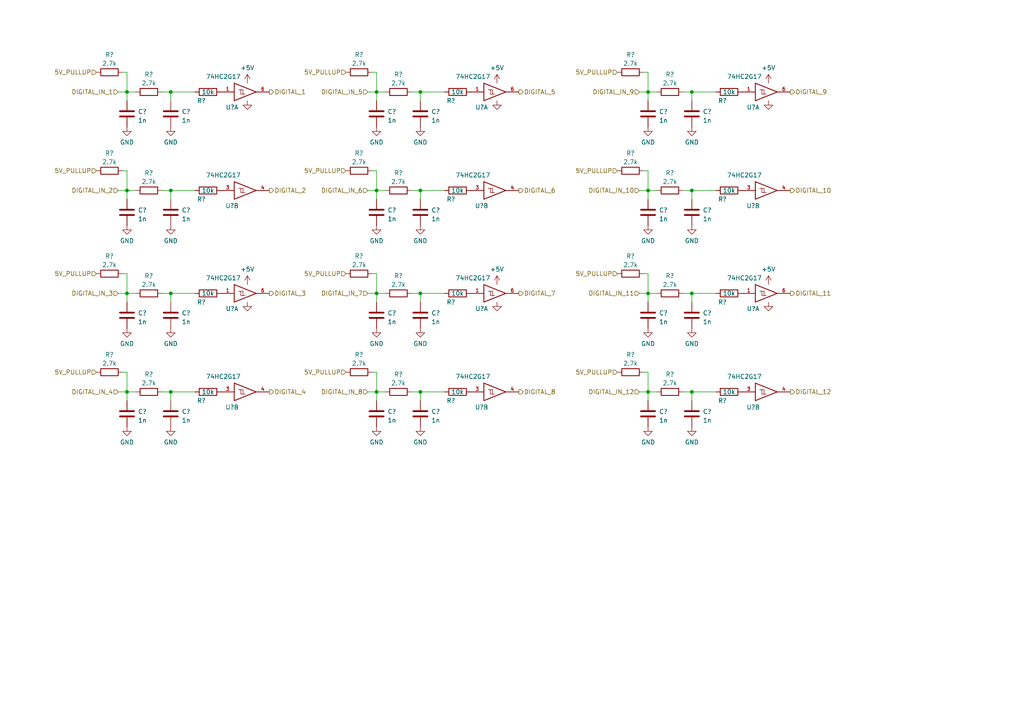
<source format=kicad_sch>
(kicad_sch (version 20210406) (generator eeschema)

  (uuid b9258930-55c5-4878-82c7-1f58cfdaa65f)

  (paper "A4")

  (lib_symbols
    (symbol "74xGxx:74LVC2G17" (pin_names (offset 1.016)) (in_bom yes) (on_board yes)
      (property "Reference" "U" (id 0) (at -2.54 3.81 0)
        (effects (font (size 1.27 1.27)))
      )
      (property "Value" "74LVC2G17" (id 1) (at 0 -3.81 0)
        (effects (font (size 1.27 1.27)))
      )
      (property "Footprint" "" (id 2) (at 0 0 0)
        (effects (font (size 1.27 1.27)) hide)
      )
      (property "Datasheet" "http://www.ti.com/lit/sg/scyt129e/scyt129e.pdf" (id 3) (at 0 0 0)
        (effects (font (size 1.27 1.27)) hide)
      )
      (property "ki_keywords" "Dual Buffer Schmitt LVC CMOS" (id 4) (at 0 0 0)
        (effects (font (size 1.27 1.27)) hide)
      )
      (property "ki_description" "Dual Buffer Schmitt Triggered, Low-Voltage CMOS" (id 5) (at 0 0 0)
        (effects (font (size 1.27 1.27)) hide)
      )
      (property "ki_fp_filters" "SG-* SOT*" (id 6) (at 0 0 0)
        (effects (font (size 1.27 1.27)) hide)
      )
      (symbol "74LVC2G17_0_1"
        (polyline
          (pts
            (xy -1.905 0.635)
            (xy -1.27 0.635)
            (xy -1.27 -0.635)
          )
          (stroke (width 0)) (fill (type none))
        )
        (polyline
          (pts
            (xy -3.81 2.54)
            (xy -3.81 -2.54)
            (xy 2.54 0)
            (xy -3.81 2.54)
          )
          (stroke (width 0.254)) (fill (type none))
        )
        (polyline
          (pts
            (xy -2.54 0.635)
            (xy -1.905 0.635)
            (xy -1.905 -0.635)
            (xy -0.635 -0.635)
          )
          (stroke (width 0)) (fill (type none))
        )
        (pin power_in line (at 0 -2.54 270) (length 0) hide
          (name "GND" (effects (font (size 1.016 1.016))))
          (number "2" (effects (font (size 1.016 1.016))))
        )
        (pin power_in line (at 0 2.54 90) (length 0) hide
          (name "VCC" (effects (font (size 1.016 1.016))))
          (number "5" (effects (font (size 1.016 1.016))))
        )
      )
      (symbol "74LVC2G17_1_1"
        (pin input line (at -7.62 0 0) (length 3.81)
          (name "~" (effects (font (size 1.016 1.016))))
          (number "1" (effects (font (size 1.016 1.016))))
        )
        (pin output line (at 6.35 0 180) (length 3.81)
          (name "~" (effects (font (size 1.016 1.016))))
          (number "6" (effects (font (size 1.016 1.016))))
        )
      )
      (symbol "74LVC2G17_2_1"
        (pin input line (at -7.62 0 0) (length 3.81)
          (name "~" (effects (font (size 1.016 1.016))))
          (number "3" (effects (font (size 1.016 1.016))))
        )
        (pin output line (at 6.35 0 180) (length 3.81)
          (name "~" (effects (font (size 1.016 1.016))))
          (number "4" (effects (font (size 1.016 1.016))))
        )
      )
    )
    (symbol "Device:C" (pin_numbers hide) (pin_names (offset 0.254)) (in_bom yes) (on_board yes)
      (property "Reference" "C" (id 0) (at 0.635 2.54 0)
        (effects (font (size 1.27 1.27)) (justify left))
      )
      (property "Value" "C" (id 1) (at 0.635 -2.54 0)
        (effects (font (size 1.27 1.27)) (justify left))
      )
      (property "Footprint" "" (id 2) (at 0.9652 -3.81 0)
        (effects (font (size 1.27 1.27)) hide)
      )
      (property "Datasheet" "~" (id 3) (at 0 0 0)
        (effects (font (size 1.27 1.27)) hide)
      )
      (property "ki_keywords" "cap capacitor" (id 4) (at 0 0 0)
        (effects (font (size 1.27 1.27)) hide)
      )
      (property "ki_description" "Unpolarized capacitor" (id 5) (at 0 0 0)
        (effects (font (size 1.27 1.27)) hide)
      )
      (property "ki_fp_filters" "C_*" (id 6) (at 0 0 0)
        (effects (font (size 1.27 1.27)) hide)
      )
      (symbol "C_0_1"
        (polyline
          (pts
            (xy -2.032 -0.762)
            (xy 2.032 -0.762)
          )
          (stroke (width 0.508)) (fill (type none))
        )
        (polyline
          (pts
            (xy -2.032 0.762)
            (xy 2.032 0.762)
          )
          (stroke (width 0.508)) (fill (type none))
        )
      )
      (symbol "C_1_1"
        (pin passive line (at 0 3.81 270) (length 2.794)
          (name "~" (effects (font (size 1.27 1.27))))
          (number "1" (effects (font (size 1.27 1.27))))
        )
        (pin passive line (at 0 -3.81 90) (length 2.794)
          (name "~" (effects (font (size 1.27 1.27))))
          (number "2" (effects (font (size 1.27 1.27))))
        )
      )
    )
    (symbol "Device:R" (pin_numbers hide) (pin_names (offset 0)) (in_bom yes) (on_board yes)
      (property "Reference" "R" (id 0) (at 2.032 0 90)
        (effects (font (size 1.27 1.27)))
      )
      (property "Value" "R" (id 1) (at 0 0 90)
        (effects (font (size 1.27 1.27)))
      )
      (property "Footprint" "" (id 2) (at -1.778 0 90)
        (effects (font (size 1.27 1.27)) hide)
      )
      (property "Datasheet" "~" (id 3) (at 0 0 0)
        (effects (font (size 1.27 1.27)) hide)
      )
      (property "ki_keywords" "R res resistor" (id 4) (at 0 0 0)
        (effects (font (size 1.27 1.27)) hide)
      )
      (property "ki_description" "Resistor" (id 5) (at 0 0 0)
        (effects (font (size 1.27 1.27)) hide)
      )
      (property "ki_fp_filters" "R_*" (id 6) (at 0 0 0)
        (effects (font (size 1.27 1.27)) hide)
      )
      (symbol "R_0_1"
        (rectangle (start -1.016 -2.54) (end 1.016 2.54)
          (stroke (width 0.254)) (fill (type none))
        )
      )
      (symbol "R_1_1"
        (pin passive line (at 0 3.81 270) (length 1.27)
          (name "~" (effects (font (size 1.27 1.27))))
          (number "1" (effects (font (size 1.27 1.27))))
        )
        (pin passive line (at 0 -3.81 90) (length 1.27)
          (name "~" (effects (font (size 1.27 1.27))))
          (number "2" (effects (font (size 1.27 1.27))))
        )
      )
    )
    (symbol "power:+5V" (power) (pin_names (offset 0)) (in_bom yes) (on_board yes)
      (property "Reference" "#PWR" (id 0) (at 0 -3.81 0)
        (effects (font (size 1.27 1.27)) hide)
      )
      (property "Value" "+5V" (id 1) (at 0 3.556 0)
        (effects (font (size 1.27 1.27)))
      )
      (property "Footprint" "" (id 2) (at 0 0 0)
        (effects (font (size 1.27 1.27)) hide)
      )
      (property "Datasheet" "" (id 3) (at 0 0 0)
        (effects (font (size 1.27 1.27)) hide)
      )
      (property "ki_keywords" "power-flag" (id 4) (at 0 0 0)
        (effects (font (size 1.27 1.27)) hide)
      )
      (property "ki_description" "Power symbol creates a global label with name \"+5V\"" (id 5) (at 0 0 0)
        (effects (font (size 1.27 1.27)) hide)
      )
      (symbol "+5V_0_1"
        (polyline
          (pts
            (xy -0.762 1.27)
            (xy 0 2.54)
          )
          (stroke (width 0)) (fill (type none))
        )
        (polyline
          (pts
            (xy 0 0)
            (xy 0 2.54)
          )
          (stroke (width 0)) (fill (type none))
        )
        (polyline
          (pts
            (xy 0 2.54)
            (xy 0.762 1.27)
          )
          (stroke (width 0)) (fill (type none))
        )
      )
      (symbol "+5V_1_1"
        (pin power_in line (at 0 0 90) (length 0) hide
          (name "+5V" (effects (font (size 1.27 1.27))))
          (number "1" (effects (font (size 1.27 1.27))))
        )
      )
    )
    (symbol "power:GND" (power) (pin_names (offset 0)) (in_bom yes) (on_board yes)
      (property "Reference" "#PWR" (id 0) (at 0 -6.35 0)
        (effects (font (size 1.27 1.27)) hide)
      )
      (property "Value" "GND" (id 1) (at 0 -3.81 0)
        (effects (font (size 1.27 1.27)))
      )
      (property "Footprint" "" (id 2) (at 0 0 0)
        (effects (font (size 1.27 1.27)) hide)
      )
      (property "Datasheet" "" (id 3) (at 0 0 0)
        (effects (font (size 1.27 1.27)) hide)
      )
      (property "ki_keywords" "power-flag" (id 4) (at 0 0 0)
        (effects (font (size 1.27 1.27)) hide)
      )
      (property "ki_description" "Power symbol creates a global label with name \"GND\" , ground" (id 5) (at 0 0 0)
        (effects (font (size 1.27 1.27)) hide)
      )
      (symbol "GND_0_1"
        (polyline
          (pts
            (xy 0 0)
            (xy 0 -1.27)
            (xy 1.27 -1.27)
            (xy 0 -2.54)
            (xy -1.27 -1.27)
            (xy 0 -1.27)
          )
          (stroke (width 0)) (fill (type none))
        )
      )
      (symbol "GND_1_1"
        (pin power_in line (at 0 0 270) (length 0) hide
          (name "GND" (effects (font (size 1.27 1.27))))
          (number "1" (effects (font (size 1.27 1.27))))
        )
      )
    )
  )

  (junction (at 36.83 26.67) (diameter 0.9144) (color 0 0 0 0))
  (junction (at 36.83 55.245) (diameter 0.9144) (color 0 0 0 0))
  (junction (at 36.83 85.09) (diameter 0.9144) (color 0 0 0 0))
  (junction (at 36.83 113.665) (diameter 0.9144) (color 0 0 0 0))
  (junction (at 49.53 26.67) (diameter 0.9144) (color 0 0 0 0))
  (junction (at 49.53 55.245) (diameter 0.9144) (color 0 0 0 0))
  (junction (at 49.53 85.09) (diameter 0.9144) (color 0 0 0 0))
  (junction (at 49.53 113.665) (diameter 0.9144) (color 0 0 0 0))
  (junction (at 109.22 26.67) (diameter 0.9144) (color 0 0 0 0))
  (junction (at 109.22 55.245) (diameter 0.9144) (color 0 0 0 0))
  (junction (at 109.22 85.09) (diameter 0.9144) (color 0 0 0 0))
  (junction (at 109.22 113.665) (diameter 0.9144) (color 0 0 0 0))
  (junction (at 121.92 26.67) (diameter 0.9144) (color 0 0 0 0))
  (junction (at 121.92 55.245) (diameter 0.9144) (color 0 0 0 0))
  (junction (at 121.92 85.09) (diameter 0.9144) (color 0 0 0 0))
  (junction (at 121.92 113.665) (diameter 0.9144) (color 0 0 0 0))
  (junction (at 187.96 26.67) (diameter 0.9144) (color 0 0 0 0))
  (junction (at 187.96 55.245) (diameter 0.9144) (color 0 0 0 0))
  (junction (at 187.96 85.09) (diameter 0.9144) (color 0 0 0 0))
  (junction (at 187.96 113.665) (diameter 0.9144) (color 0 0 0 0))
  (junction (at 200.66 26.67) (diameter 0.9144) (color 0 0 0 0))
  (junction (at 200.66 55.245) (diameter 0.9144) (color 0 0 0 0))
  (junction (at 200.66 85.09) (diameter 0.9144) (color 0 0 0 0))
  (junction (at 200.66 113.665) (diameter 0.9144) (color 0 0 0 0))

  (wire (pts (xy 34.29 26.67) (xy 36.83 26.67))
    (stroke (width 0) (type solid) (color 0 0 0 0))
    (uuid 35219b55-0e0f-49d2-912b-05774f842206)
  )
  (wire (pts (xy 34.29 55.245) (xy 36.83 55.245))
    (stroke (width 0) (type solid) (color 0 0 0 0))
    (uuid 81bb775c-0c8f-479e-b28a-fc7c3dee7622)
  )
  (wire (pts (xy 34.29 85.09) (xy 36.83 85.09))
    (stroke (width 0) (type solid) (color 0 0 0 0))
    (uuid 59d6afd1-fba3-4442-a257-e287c344395b)
  )
  (wire (pts (xy 34.29 113.665) (xy 36.83 113.665))
    (stroke (width 0) (type solid) (color 0 0 0 0))
    (uuid 02092dc1-228d-4203-bd60-d2435b2d3f13)
  )
  (wire (pts (xy 35.56 20.955) (xy 36.83 20.955))
    (stroke (width 0) (type solid) (color 0 0 0 0))
    (uuid 37a417e8-5da4-40f9-8c6d-39692d5b6a05)
  )
  (wire (pts (xy 35.56 49.53) (xy 36.83 49.53))
    (stroke (width 0) (type solid) (color 0 0 0 0))
    (uuid 7e773245-c032-4818-a31a-b3c45e650a5b)
  )
  (wire (pts (xy 35.56 79.375) (xy 36.83 79.375))
    (stroke (width 0) (type solid) (color 0 0 0 0))
    (uuid 8551446a-b42a-46f6-84c6-f7b62be1bf1f)
  )
  (wire (pts (xy 35.56 107.95) (xy 36.83 107.95))
    (stroke (width 0) (type solid) (color 0 0 0 0))
    (uuid 6fc8a18c-9f19-4922-ae82-8bacc7084f13)
  )
  (wire (pts (xy 36.83 20.955) (xy 36.83 26.67))
    (stroke (width 0) (type solid) (color 0 0 0 0))
    (uuid 37a417e8-5da4-40f9-8c6d-39692d5b6a05)
  )
  (wire (pts (xy 36.83 26.67) (xy 36.83 29.21))
    (stroke (width 0) (type solid) (color 0 0 0 0))
    (uuid 35219b55-0e0f-49d2-912b-05774f842206)
  )
  (wire (pts (xy 36.83 26.67) (xy 39.37 26.67))
    (stroke (width 0) (type solid) (color 0 0 0 0))
    (uuid d010ece0-9f9f-4a15-9a00-723651519663)
  )
  (wire (pts (xy 36.83 49.53) (xy 36.83 55.245))
    (stroke (width 0) (type solid) (color 0 0 0 0))
    (uuid 44cc7a66-6c5f-4ee2-9dd1-37f17abb2747)
  )
  (wire (pts (xy 36.83 55.245) (xy 36.83 57.785))
    (stroke (width 0) (type solid) (color 0 0 0 0))
    (uuid 6784c362-39f7-4aa4-940e-13af9bf1d65e)
  )
  (wire (pts (xy 36.83 55.245) (xy 39.37 55.245))
    (stroke (width 0) (type solid) (color 0 0 0 0))
    (uuid bd7a2995-fd48-4e45-afcb-b0acbae21d0b)
  )
  (wire (pts (xy 36.83 79.375) (xy 36.83 85.09))
    (stroke (width 0) (type solid) (color 0 0 0 0))
    (uuid 7d435ddb-6faf-48e2-bcd4-822864123a5e)
  )
  (wire (pts (xy 36.83 85.09) (xy 36.83 87.63))
    (stroke (width 0) (type solid) (color 0 0 0 0))
    (uuid d64ebe19-fb7a-4f2d-abc8-665149677647)
  )
  (wire (pts (xy 36.83 85.09) (xy 39.37 85.09))
    (stroke (width 0) (type solid) (color 0 0 0 0))
    (uuid c5b5b25d-fb62-4be6-98c4-feabd89c0739)
  )
  (wire (pts (xy 36.83 107.95) (xy 36.83 113.665))
    (stroke (width 0) (type solid) (color 0 0 0 0))
    (uuid 8893859c-4ef9-4223-84d7-9a7c55711974)
  )
  (wire (pts (xy 36.83 113.665) (xy 36.83 116.205))
    (stroke (width 0) (type solid) (color 0 0 0 0))
    (uuid bfe3a975-430c-473c-bff6-3092a7c39ed1)
  )
  (wire (pts (xy 36.83 113.665) (xy 39.37 113.665))
    (stroke (width 0) (type solid) (color 0 0 0 0))
    (uuid 971ff538-d5da-488c-99d1-a154d8adaee7)
  )
  (wire (pts (xy 46.99 26.67) (xy 49.53 26.67))
    (stroke (width 0) (type solid) (color 0 0 0 0))
    (uuid d4e07624-373a-4813-8dff-0baec549bcec)
  )
  (wire (pts (xy 46.99 55.245) (xy 49.53 55.245))
    (stroke (width 0) (type solid) (color 0 0 0 0))
    (uuid e9985165-12ae-4a5a-a0cd-e729fe090ddc)
  )
  (wire (pts (xy 46.99 85.09) (xy 49.53 85.09))
    (stroke (width 0) (type solid) (color 0 0 0 0))
    (uuid 877752ea-ad35-43c1-b0ee-f8a790540b49)
  )
  (wire (pts (xy 46.99 113.665) (xy 49.53 113.665))
    (stroke (width 0) (type solid) (color 0 0 0 0))
    (uuid 4598b85b-90d7-4085-9f43-7f43683ece97)
  )
  (wire (pts (xy 49.53 26.67) (xy 56.515 26.67))
    (stroke (width 0) (type solid) (color 0 0 0 0))
    (uuid 74c8fac2-7f7d-402e-b065-6ad5c473dbf5)
  )
  (wire (pts (xy 49.53 29.21) (xy 49.53 26.67))
    (stroke (width 0) (type solid) (color 0 0 0 0))
    (uuid d4e07624-373a-4813-8dff-0baec549bcec)
  )
  (wire (pts (xy 49.53 55.245) (xy 56.515 55.245))
    (stroke (width 0) (type solid) (color 0 0 0 0))
    (uuid 99ad7e66-25a4-4900-b8f4-19429b2b0cb3)
  )
  (wire (pts (xy 49.53 57.785) (xy 49.53 55.245))
    (stroke (width 0) (type solid) (color 0 0 0 0))
    (uuid 50f986d6-3cc8-4124-a6a3-de7b4e729ee9)
  )
  (wire (pts (xy 49.53 85.09) (xy 56.515 85.09))
    (stroke (width 0) (type solid) (color 0 0 0 0))
    (uuid 7dae5582-d163-4e44-8c1d-7aa67d6b0196)
  )
  (wire (pts (xy 49.53 87.63) (xy 49.53 85.09))
    (stroke (width 0) (type solid) (color 0 0 0 0))
    (uuid 1a068e31-4d7c-4d40-a822-1f06c6232baf)
  )
  (wire (pts (xy 49.53 113.665) (xy 56.515 113.665))
    (stroke (width 0) (type solid) (color 0 0 0 0))
    (uuid 536d32df-fc86-4dcf-9046-1305b52fd002)
  )
  (wire (pts (xy 49.53 116.205) (xy 49.53 113.665))
    (stroke (width 0) (type solid) (color 0 0 0 0))
    (uuid 74aeed2a-8b83-4db2-bb0f-105b48caea8b)
  )
  (wire (pts (xy 106.68 26.67) (xy 109.22 26.67))
    (stroke (width 0) (type solid) (color 0 0 0 0))
    (uuid 134154ae-38dc-416c-a58e-8ad43872763f)
  )
  (wire (pts (xy 106.68 55.245) (xy 109.22 55.245))
    (stroke (width 0) (type solid) (color 0 0 0 0))
    (uuid eb27c899-e3ef-4df5-9177-399e57d93202)
  )
  (wire (pts (xy 106.68 85.09) (xy 109.22 85.09))
    (stroke (width 0) (type solid) (color 0 0 0 0))
    (uuid ee7980f6-6dbe-4cea-a9fc-e50bf360951e)
  )
  (wire (pts (xy 106.68 113.665) (xy 109.22 113.665))
    (stroke (width 0) (type solid) (color 0 0 0 0))
    (uuid abd70337-bc27-48ee-ab86-95e3a8d28247)
  )
  (wire (pts (xy 107.95 20.955) (xy 109.22 20.955))
    (stroke (width 0) (type solid) (color 0 0 0 0))
    (uuid 894aa26a-c152-46be-9625-890d980330b6)
  )
  (wire (pts (xy 107.95 49.53) (xy 109.22 49.53))
    (stroke (width 0) (type solid) (color 0 0 0 0))
    (uuid fcc4b701-b652-4e7c-88d1-8f33841114a6)
  )
  (wire (pts (xy 107.95 79.375) (xy 109.22 79.375))
    (stroke (width 0) (type solid) (color 0 0 0 0))
    (uuid cba23877-5da2-4d30-a614-d96a60cda5de)
  )
  (wire (pts (xy 107.95 107.95) (xy 109.22 107.95))
    (stroke (width 0) (type solid) (color 0 0 0 0))
    (uuid fbe7ebeb-b0f3-4251-8a32-b61ece9e6980)
  )
  (wire (pts (xy 109.22 20.955) (xy 109.22 26.67))
    (stroke (width 0) (type solid) (color 0 0 0 0))
    (uuid e8d935a0-361b-4ab5-ae23-3a9c4098049f)
  )
  (wire (pts (xy 109.22 26.67) (xy 109.22 29.21))
    (stroke (width 0) (type solid) (color 0 0 0 0))
    (uuid 543c1b7f-a750-442f-b647-25d97b8a08eb)
  )
  (wire (pts (xy 109.22 26.67) (xy 111.76 26.67))
    (stroke (width 0) (type solid) (color 0 0 0 0))
    (uuid 4bf8bcef-7760-43c8-89a6-cc5843c6a8f5)
  )
  (wire (pts (xy 109.22 49.53) (xy 109.22 55.245))
    (stroke (width 0) (type solid) (color 0 0 0 0))
    (uuid b5284f45-436f-4fb6-bbb5-0b60eb1235d5)
  )
  (wire (pts (xy 109.22 55.245) (xy 109.22 57.785))
    (stroke (width 0) (type solid) (color 0 0 0 0))
    (uuid 1cf2c8d4-09a3-4bb1-99ac-760155a9ae2f)
  )
  (wire (pts (xy 109.22 55.245) (xy 111.76 55.245))
    (stroke (width 0) (type solid) (color 0 0 0 0))
    (uuid a2bd43b4-33e6-43e7-9f92-d6181677c40c)
  )
  (wire (pts (xy 109.22 79.375) (xy 109.22 85.09))
    (stroke (width 0) (type solid) (color 0 0 0 0))
    (uuid 5119bfaf-f937-4bc7-86aa-0fa0bc110e99)
  )
  (wire (pts (xy 109.22 85.09) (xy 109.22 87.63))
    (stroke (width 0) (type solid) (color 0 0 0 0))
    (uuid ecdcd3d5-ad5c-4712-aa32-a38f41fa0489)
  )
  (wire (pts (xy 109.22 85.09) (xy 111.76 85.09))
    (stroke (width 0) (type solid) (color 0 0 0 0))
    (uuid f09cd4fd-72b7-408d-b3bb-812f18407724)
  )
  (wire (pts (xy 109.22 107.95) (xy 109.22 113.665))
    (stroke (width 0) (type solid) (color 0 0 0 0))
    (uuid e965e70d-8956-4dd6-b13f-f21040564952)
  )
  (wire (pts (xy 109.22 113.665) (xy 109.22 116.205))
    (stroke (width 0) (type solid) (color 0 0 0 0))
    (uuid aac8644a-bdc5-46c9-a311-6d92fac1daff)
  )
  (wire (pts (xy 109.22 113.665) (xy 111.76 113.665))
    (stroke (width 0) (type solid) (color 0 0 0 0))
    (uuid b0827f50-07f2-4105-ace4-652ed71c6115)
  )
  (wire (pts (xy 119.38 26.67) (xy 121.92 26.67))
    (stroke (width 0) (type solid) (color 0 0 0 0))
    (uuid a8a93073-9d54-4769-8c69-d6b5ce7b4206)
  )
  (wire (pts (xy 119.38 55.245) (xy 121.92 55.245))
    (stroke (width 0) (type solid) (color 0 0 0 0))
    (uuid 8d6bdff3-d94f-4640-9100-2ab327e2b4d3)
  )
  (wire (pts (xy 119.38 85.09) (xy 121.92 85.09))
    (stroke (width 0) (type solid) (color 0 0 0 0))
    (uuid 0f3fa50a-23ab-464f-919c-996e70e7e34f)
  )
  (wire (pts (xy 119.38 113.665) (xy 121.92 113.665))
    (stroke (width 0) (type solid) (color 0 0 0 0))
    (uuid 753cdc02-b675-4288-8f50-37d620887916)
  )
  (wire (pts (xy 121.92 26.67) (xy 128.905 26.67))
    (stroke (width 0) (type solid) (color 0 0 0 0))
    (uuid 2c29f3a4-9ce4-4659-9a9e-577014dba656)
  )
  (wire (pts (xy 121.92 29.21) (xy 121.92 26.67))
    (stroke (width 0) (type solid) (color 0 0 0 0))
    (uuid f3f36a15-df49-4436-99fd-0c9c976aabe9)
  )
  (wire (pts (xy 121.92 55.245) (xy 128.905 55.245))
    (stroke (width 0) (type solid) (color 0 0 0 0))
    (uuid 59189924-0ca5-4263-9d82-49d1ab23361a)
  )
  (wire (pts (xy 121.92 57.785) (xy 121.92 55.245))
    (stroke (width 0) (type solid) (color 0 0 0 0))
    (uuid 339cc267-ff8d-4c56-a545-e32e652b7bcf)
  )
  (wire (pts (xy 121.92 85.09) (xy 128.905 85.09))
    (stroke (width 0) (type solid) (color 0 0 0 0))
    (uuid 2142de8c-b2dc-4a99-8b89-f24a3fd71ffe)
  )
  (wire (pts (xy 121.92 87.63) (xy 121.92 85.09))
    (stroke (width 0) (type solid) (color 0 0 0 0))
    (uuid 106602c6-df00-4884-bdf1-e86db3962e7f)
  )
  (wire (pts (xy 121.92 113.665) (xy 128.905 113.665))
    (stroke (width 0) (type solid) (color 0 0 0 0))
    (uuid 5b72e1d3-e6e1-4c56-ac1b-01c8e8d120e0)
  )
  (wire (pts (xy 121.92 116.205) (xy 121.92 113.665))
    (stroke (width 0) (type solid) (color 0 0 0 0))
    (uuid 5423f250-ae22-4e6d-a55e-cc986fd54aab)
  )
  (wire (pts (xy 185.42 26.67) (xy 187.96 26.67))
    (stroke (width 0) (type solid) (color 0 0 0 0))
    (uuid ebf94432-4dc4-4ee6-b9b4-7c722e355341)
  )
  (wire (pts (xy 185.42 55.245) (xy 187.96 55.245))
    (stroke (width 0) (type solid) (color 0 0 0 0))
    (uuid 7aac0df0-b1cb-48fa-892a-1003bd1e0405)
  )
  (wire (pts (xy 185.42 85.09) (xy 187.96 85.09))
    (stroke (width 0) (type solid) (color 0 0 0 0))
    (uuid 663073e9-6dae-4dd7-b273-736fdebb39ac)
  )
  (wire (pts (xy 185.42 113.665) (xy 187.96 113.665))
    (stroke (width 0) (type solid) (color 0 0 0 0))
    (uuid 9616c62e-d396-4900-bc07-c8a949a860f5)
  )
  (wire (pts (xy 186.69 20.955) (xy 187.96 20.955))
    (stroke (width 0) (type solid) (color 0 0 0 0))
    (uuid 47c3ee9a-be5c-4af4-9b17-96861adec59c)
  )
  (wire (pts (xy 186.69 49.53) (xy 187.96 49.53))
    (stroke (width 0) (type solid) (color 0 0 0 0))
    (uuid 71f63cd9-4e9e-41b3-983e-66ce4ceb6ef9)
  )
  (wire (pts (xy 186.69 79.375) (xy 187.96 79.375))
    (stroke (width 0) (type solid) (color 0 0 0 0))
    (uuid 7c8e38a1-cb90-421c-9c4f-368c3a0bd228)
  )
  (wire (pts (xy 186.69 107.95) (xy 187.96 107.95))
    (stroke (width 0) (type solid) (color 0 0 0 0))
    (uuid 7e09d80f-94f8-45e4-9d27-2ee0b8bf816f)
  )
  (wire (pts (xy 187.96 20.955) (xy 187.96 26.67))
    (stroke (width 0) (type solid) (color 0 0 0 0))
    (uuid a280b249-fddc-41e4-8c58-8e56424131b0)
  )
  (wire (pts (xy 187.96 26.67) (xy 187.96 29.21))
    (stroke (width 0) (type solid) (color 0 0 0 0))
    (uuid ebae73ff-8f37-4fdb-815f-f9f9528b0f24)
  )
  (wire (pts (xy 187.96 26.67) (xy 190.5 26.67))
    (stroke (width 0) (type solid) (color 0 0 0 0))
    (uuid 8abcd355-068d-4bd4-b4ff-396b299b253e)
  )
  (wire (pts (xy 187.96 49.53) (xy 187.96 55.245))
    (stroke (width 0) (type solid) (color 0 0 0 0))
    (uuid 97cd2d83-db21-4b44-bcb8-faaaad14cbe3)
  )
  (wire (pts (xy 187.96 55.245) (xy 187.96 57.785))
    (stroke (width 0) (type solid) (color 0 0 0 0))
    (uuid a51b8ce9-e3ae-4d2d-9aeb-50514b8e5b40)
  )
  (wire (pts (xy 187.96 55.245) (xy 190.5 55.245))
    (stroke (width 0) (type solid) (color 0 0 0 0))
    (uuid 0c6bde92-d9ab-4f1b-bf58-54e9f4a5e134)
  )
  (wire (pts (xy 187.96 79.375) (xy 187.96 85.09))
    (stroke (width 0) (type solid) (color 0 0 0 0))
    (uuid 6cd5ccd6-bcbe-4e1e-a6fc-dd710ddd1346)
  )
  (wire (pts (xy 187.96 85.09) (xy 187.96 87.63))
    (stroke (width 0) (type solid) (color 0 0 0 0))
    (uuid d5ac0605-adb6-44e2-b7cb-378372a4b464)
  )
  (wire (pts (xy 187.96 85.09) (xy 190.5 85.09))
    (stroke (width 0) (type solid) (color 0 0 0 0))
    (uuid 556e91cb-c299-4067-898d-f6aea99008e7)
  )
  (wire (pts (xy 187.96 107.95) (xy 187.96 113.665))
    (stroke (width 0) (type solid) (color 0 0 0 0))
    (uuid 33512139-d0f7-48b3-bdf2-7f131da8ab2c)
  )
  (wire (pts (xy 187.96 113.665) (xy 187.96 116.205))
    (stroke (width 0) (type solid) (color 0 0 0 0))
    (uuid 62d29e48-fa0c-48c4-b37f-dfb96e3e26bf)
  )
  (wire (pts (xy 187.96 113.665) (xy 190.5 113.665))
    (stroke (width 0) (type solid) (color 0 0 0 0))
    (uuid eabc4778-34ad-4277-bfef-45cb1cc8566e)
  )
  (wire (pts (xy 198.12 26.67) (xy 200.66 26.67))
    (stroke (width 0) (type solid) (color 0 0 0 0))
    (uuid 929c09f0-9952-4d48-96ab-00e0b05666b1)
  )
  (wire (pts (xy 198.12 55.245) (xy 200.66 55.245))
    (stroke (width 0) (type solid) (color 0 0 0 0))
    (uuid 1e133981-3807-4449-b5ba-7bf83d438afa)
  )
  (wire (pts (xy 198.12 85.09) (xy 200.66 85.09))
    (stroke (width 0) (type solid) (color 0 0 0 0))
    (uuid c27549fb-c2d5-411d-97d7-351e7db9340e)
  )
  (wire (pts (xy 198.12 113.665) (xy 200.66 113.665))
    (stroke (width 0) (type solid) (color 0 0 0 0))
    (uuid 785ff893-9124-4704-990a-b00b3b6d7310)
  )
  (wire (pts (xy 200.66 26.67) (xy 207.645 26.67))
    (stroke (width 0) (type solid) (color 0 0 0 0))
    (uuid d8629d26-5e49-4a0a-949f-e06b686701ba)
  )
  (wire (pts (xy 200.66 29.21) (xy 200.66 26.67))
    (stroke (width 0) (type solid) (color 0 0 0 0))
    (uuid 9581ce1f-7865-4f37-bdc5-5fe5ff5a8ab0)
  )
  (wire (pts (xy 200.66 55.245) (xy 207.645 55.245))
    (stroke (width 0) (type solid) (color 0 0 0 0))
    (uuid b6295309-7aa5-4caf-a577-4e5937467e6d)
  )
  (wire (pts (xy 200.66 57.785) (xy 200.66 55.245))
    (stroke (width 0) (type solid) (color 0 0 0 0))
    (uuid a9733609-3313-42aa-8edd-3f9e424c3df3)
  )
  (wire (pts (xy 200.66 85.09) (xy 207.645 85.09))
    (stroke (width 0) (type solid) (color 0 0 0 0))
    (uuid 5a9bec24-e7bf-4c93-8557-7c7fb1918ec9)
  )
  (wire (pts (xy 200.66 87.63) (xy 200.66 85.09))
    (stroke (width 0) (type solid) (color 0 0 0 0))
    (uuid 7fd27f8e-adfc-4f5c-8753-a7037bc0a348)
  )
  (wire (pts (xy 200.66 113.665) (xy 207.645 113.665))
    (stroke (width 0) (type solid) (color 0 0 0 0))
    (uuid e6e9eb09-b52f-422a-b67b-bf16cd0e0ca2)
  )
  (wire (pts (xy 200.66 116.205) (xy 200.66 113.665))
    (stroke (width 0) (type solid) (color 0 0 0 0))
    (uuid 3f0bdb6c-168e-4a46-8ea8-c2725afe9631)
  )

  (hierarchical_label "5V_PULLUP" (shape input) (at 27.94 20.955 180)
    (effects (font (size 1.27 1.27)) (justify right))
    (uuid 07748b48-0301-41f7-b1c3-3fea8fda52b3)
  )
  (hierarchical_label "5V_PULLUP" (shape input) (at 27.94 49.53 180)
    (effects (font (size 1.27 1.27)) (justify right))
    (uuid 129fcd96-214f-41c7-8dfe-9469db983be8)
  )
  (hierarchical_label "5V_PULLUP" (shape input) (at 27.94 79.375 180)
    (effects (font (size 1.27 1.27)) (justify right))
    (uuid 5e71364b-2b73-4dbf-b81d-e30d58a105b7)
  )
  (hierarchical_label "5V_PULLUP" (shape input) (at 27.94 107.95 180)
    (effects (font (size 1.27 1.27)) (justify right))
    (uuid 4a3e21dc-610f-4eff-8080-741b8a95d244)
  )
  (hierarchical_label "DIGITAL_IN_1" (shape input) (at 34.29 26.67 180)
    (effects (font (size 1.27 1.27)) (justify right))
    (uuid d80cb8ee-3263-469f-8454-04e9deb43c52)
  )
  (hierarchical_label "DIGITAL_IN_2" (shape input) (at 34.29 55.245 180)
    (effects (font (size 1.27 1.27)) (justify right))
    (uuid a87473ae-8319-4f05-b33f-71a5d7b06f21)
  )
  (hierarchical_label "DIGITAL_IN_3" (shape input) (at 34.29 85.09 180)
    (effects (font (size 1.27 1.27)) (justify right))
    (uuid ff0b1f1f-afea-4139-83ab-51118a2198d3)
  )
  (hierarchical_label "DIGITAL_IN_4" (shape input) (at 34.29 113.665 180)
    (effects (font (size 1.27 1.27)) (justify right))
    (uuid 0f33c44a-7ba6-448a-9751-9e8d8ff75b2a)
  )
  (hierarchical_label "DIGITAL_1" (shape output) (at 78.105 26.67 0)
    (effects (font (size 1.27 1.27)) (justify left))
    (uuid 827fda36-2cba-4033-9803-78996b954db4)
  )
  (hierarchical_label "DIGITAL_2" (shape output) (at 78.105 55.245 0)
    (effects (font (size 1.27 1.27)) (justify left))
    (uuid c98b20b7-a83b-45e4-b857-334c2beca979)
  )
  (hierarchical_label "DIGITAL_3" (shape output) (at 78.105 85.09 0)
    (effects (font (size 1.27 1.27)) (justify left))
    (uuid 000775b5-1bd5-4cf2-837f-733162221dd9)
  )
  (hierarchical_label "DIGITAL_4" (shape output) (at 78.105 113.665 0)
    (effects (font (size 1.27 1.27)) (justify left))
    (uuid 4bc6519d-aad5-4521-8140-f559e555585a)
  )
  (hierarchical_label "5V_PULLUP" (shape input) (at 100.33 20.955 180)
    (effects (font (size 1.27 1.27)) (justify right))
    (uuid 88b0648e-a13e-4319-951c-65f697797143)
  )
  (hierarchical_label "5V_PULLUP" (shape input) (at 100.33 49.53 180)
    (effects (font (size 1.27 1.27)) (justify right))
    (uuid 10de6c28-118c-44a9-b374-7da06e35641f)
  )
  (hierarchical_label "5V_PULLUP" (shape input) (at 100.33 79.375 180)
    (effects (font (size 1.27 1.27)) (justify right))
    (uuid 40c177bc-a2d9-4c71-963e-e5fa071a7c8f)
  )
  (hierarchical_label "5V_PULLUP" (shape input) (at 100.33 107.95 180)
    (effects (font (size 1.27 1.27)) (justify right))
    (uuid 78756bff-8019-46fb-b869-d884ebcb6789)
  )
  (hierarchical_label "DIGITAL_IN_5" (shape input) (at 106.68 26.67 180)
    (effects (font (size 1.27 1.27)) (justify right))
    (uuid d9184e02-ca5a-4b04-a450-14a5334170f3)
  )
  (hierarchical_label "DIGITAL_IN_6" (shape input) (at 106.68 55.245 180)
    (effects (font (size 1.27 1.27)) (justify right))
    (uuid c41176a9-dc88-4e53-8166-b34f89343145)
  )
  (hierarchical_label "DIGITAL_IN_7" (shape input) (at 106.68 85.09 180)
    (effects (font (size 1.27 1.27)) (justify right))
    (uuid d496d3e9-3413-4168-b2ab-c963085c2fde)
  )
  (hierarchical_label "DIGITAL_IN_8" (shape input) (at 106.68 113.665 180)
    (effects (font (size 1.27 1.27)) (justify right))
    (uuid 4afc5f6a-4040-4a99-88a5-fb9f75a8bde2)
  )
  (hierarchical_label "DIGITAL_5" (shape output) (at 150.495 26.67 0)
    (effects (font (size 1.27 1.27)) (justify left))
    (uuid 7a582909-e9d7-4714-9943-1617909a90c3)
  )
  (hierarchical_label "DIGITAL_6" (shape output) (at 150.495 55.245 0)
    (effects (font (size 1.27 1.27)) (justify left))
    (uuid ae4cab0e-c020-49fb-bf49-1b80ce94fe2b)
  )
  (hierarchical_label "DIGITAL_7" (shape output) (at 150.495 85.09 0)
    (effects (font (size 1.27 1.27)) (justify left))
    (uuid 9d549543-2cb7-4fcd-b307-5c1685bf22f0)
  )
  (hierarchical_label "DIGITAL_8" (shape output) (at 150.495 113.665 0)
    (effects (font (size 1.27 1.27)) (justify left))
    (uuid ff7c6894-f222-42fb-9f58-49d1dfa86097)
  )
  (hierarchical_label "5V_PULLUP" (shape input) (at 179.07 20.955 180)
    (effects (font (size 1.27 1.27)) (justify right))
    (uuid 46382f5b-5a05-4771-a184-0d8d5042e1c3)
  )
  (hierarchical_label "5V_PULLUP" (shape input) (at 179.07 49.53 180)
    (effects (font (size 1.27 1.27)) (justify right))
    (uuid 21741d37-350e-4614-8e65-5bf5d120a4f9)
  )
  (hierarchical_label "5V_PULLUP" (shape input) (at 179.07 79.375 180)
    (effects (font (size 1.27 1.27)) (justify right))
    (uuid ee270ad1-8544-4003-9334-ad7656d4d427)
  )
  (hierarchical_label "5V_PULLUP" (shape input) (at 179.07 107.95 180)
    (effects (font (size 1.27 1.27)) (justify right))
    (uuid f4749929-1560-4152-b188-1cebd94eaf6c)
  )
  (hierarchical_label "DIGITAL_IN_9" (shape input) (at 185.42 26.67 180)
    (effects (font (size 1.27 1.27)) (justify right))
    (uuid e5285211-ef68-4d3d-809c-16b0baa94371)
  )
  (hierarchical_label "DIGITAL_IN_10" (shape input) (at 185.42 55.245 180)
    (effects (font (size 1.27 1.27)) (justify right))
    (uuid 97d0c0d6-c22f-4e6d-823b-427d63262614)
  )
  (hierarchical_label "DIGITAL_IN_11" (shape input) (at 185.42 85.09 180)
    (effects (font (size 1.27 1.27)) (justify right))
    (uuid 38e77ac8-4a4d-4951-9932-9a059b9ded73)
  )
  (hierarchical_label "DIGITAL_IN_12" (shape input) (at 185.42 113.665 180)
    (effects (font (size 1.27 1.27)) (justify right))
    (uuid 9e122420-7177-4bf8-9c66-3cbac84cb401)
  )
  (hierarchical_label "DIGITAL_9" (shape output) (at 229.235 26.67 0)
    (effects (font (size 1.27 1.27)) (justify left))
    (uuid eddc5fd1-ad13-4a51-a1f5-dbb75eb37c85)
  )
  (hierarchical_label "DIGITAL_10" (shape output) (at 229.235 55.245 0)
    (effects (font (size 1.27 1.27)) (justify left))
    (uuid 8859d747-8430-4117-9a7c-9a2d844e9c1a)
  )
  (hierarchical_label "DIGITAL_11" (shape output) (at 229.235 85.09 0)
    (effects (font (size 1.27 1.27)) (justify left))
    (uuid 26709f4b-a1a7-4843-a9ce-1bea07c84d3f)
  )
  (hierarchical_label "DIGITAL_12" (shape output) (at 229.235 113.665 0)
    (effects (font (size 1.27 1.27)) (justify left))
    (uuid 09ba2b1e-887c-40f1-9936-d6816c505e51)
  )

  (symbol (lib_id "power:+5V") (at 71.755 24.13 0) (unit 1)
    (in_bom yes) (on_board yes) (fields_autoplaced)
    (uuid eff68e5c-2666-4f78-80da-0226ddc8e670)
    (property "Reference" "#PWR?" (id 0) (at 71.755 27.94 0)
      (effects (font (size 1.27 1.27)) hide)
    )
    (property "Value" "+5V" (id 1) (at 71.755 19.685 0))
    (property "Footprint" "" (id 2) (at 71.755 24.13 0)
      (effects (font (size 1.27 1.27)) hide)
    )
    (property "Datasheet" "" (id 3) (at 71.755 24.13 0)
      (effects (font (size 1.27 1.27)) hide)
    )
    (pin "1" (uuid 31cebeb4-e7ea-4869-99ae-7eb4e32e4e71))
  )

  (symbol (lib_id "power:+5V") (at 71.755 82.55 0) (unit 1)
    (in_bom yes) (on_board yes) (fields_autoplaced)
    (uuid 22aeacbd-fa43-42e4-9859-9647bcfc0fe5)
    (property "Reference" "#PWR?" (id 0) (at 71.755 86.36 0)
      (effects (font (size 1.27 1.27)) hide)
    )
    (property "Value" "+5V" (id 1) (at 71.755 78.105 0))
    (property "Footprint" "" (id 2) (at 71.755 82.55 0)
      (effects (font (size 1.27 1.27)) hide)
    )
    (property "Datasheet" "" (id 3) (at 71.755 82.55 0)
      (effects (font (size 1.27 1.27)) hide)
    )
    (pin "1" (uuid 7b17cf01-426f-4387-bc6b-26d6bf800a0f))
  )

  (symbol (lib_id "power:+5V") (at 144.145 24.13 0) (unit 1)
    (in_bom yes) (on_board yes) (fields_autoplaced)
    (uuid e1c94f4d-fbc5-4ca8-85f4-593cbcc255ed)
    (property "Reference" "#PWR?" (id 0) (at 144.145 27.94 0)
      (effects (font (size 1.27 1.27)) hide)
    )
    (property "Value" "+5V" (id 1) (at 144.145 19.685 0))
    (property "Footprint" "" (id 2) (at 144.145 24.13 0)
      (effects (font (size 1.27 1.27)) hide)
    )
    (property "Datasheet" "" (id 3) (at 144.145 24.13 0)
      (effects (font (size 1.27 1.27)) hide)
    )
    (pin "1" (uuid 9a252dd9-7727-4273-9a24-c9998c87e8e2))
  )

  (symbol (lib_id "power:+5V") (at 144.145 82.55 0) (unit 1)
    (in_bom yes) (on_board yes) (fields_autoplaced)
    (uuid 2af6f407-18c0-48a2-a61c-791a1971438b)
    (property "Reference" "#PWR?" (id 0) (at 144.145 86.36 0)
      (effects (font (size 1.27 1.27)) hide)
    )
    (property "Value" "+5V" (id 1) (at 144.145 78.105 0))
    (property "Footprint" "" (id 2) (at 144.145 82.55 0)
      (effects (font (size 1.27 1.27)) hide)
    )
    (property "Datasheet" "" (id 3) (at 144.145 82.55 0)
      (effects (font (size 1.27 1.27)) hide)
    )
    (pin "1" (uuid 5670f645-df74-4b6d-8e93-c0517a4511d7))
  )

  (symbol (lib_id "power:+5V") (at 222.885 24.13 0) (unit 1)
    (in_bom yes) (on_board yes) (fields_autoplaced)
    (uuid f9d8cfe8-ea8f-4df4-adda-cde289e08074)
    (property "Reference" "#PWR?" (id 0) (at 222.885 27.94 0)
      (effects (font (size 1.27 1.27)) hide)
    )
    (property "Value" "+5V" (id 1) (at 222.885 19.685 0))
    (property "Footprint" "" (id 2) (at 222.885 24.13 0)
      (effects (font (size 1.27 1.27)) hide)
    )
    (property "Datasheet" "" (id 3) (at 222.885 24.13 0)
      (effects (font (size 1.27 1.27)) hide)
    )
    (pin "1" (uuid e77565fd-5c67-43d0-8256-e7c56e695366))
  )

  (symbol (lib_id "power:+5V") (at 222.885 82.55 0) (unit 1)
    (in_bom yes) (on_board yes) (fields_autoplaced)
    (uuid 03552dde-c404-4bd2-acab-8dc0deb5e8d3)
    (property "Reference" "#PWR?" (id 0) (at 222.885 86.36 0)
      (effects (font (size 1.27 1.27)) hide)
    )
    (property "Value" "+5V" (id 1) (at 222.885 78.105 0))
    (property "Footprint" "" (id 2) (at 222.885 82.55 0)
      (effects (font (size 1.27 1.27)) hide)
    )
    (property "Datasheet" "" (id 3) (at 222.885 82.55 0)
      (effects (font (size 1.27 1.27)) hide)
    )
    (pin "1" (uuid cc9fa522-cb89-4b41-9521-ef748a295fad))
  )

  (symbol (lib_id "power:GND") (at 36.83 36.83 0) (unit 1)
    (in_bom yes) (on_board yes) (fields_autoplaced)
    (uuid 367646a8-06ad-4d6e-ae02-13754a1b2028)
    (property "Reference" "#PWR?" (id 0) (at 36.83 43.18 0)
      (effects (font (size 1.27 1.27)) hide)
    )
    (property "Value" "GND" (id 1) (at 36.83 41.275 0))
    (property "Footprint" "" (id 2) (at 36.83 36.83 0)
      (effects (font (size 1.27 1.27)) hide)
    )
    (property "Datasheet" "" (id 3) (at 36.83 36.83 0)
      (effects (font (size 1.27 1.27)) hide)
    )
    (pin "1" (uuid bb07358a-390a-47d6-893f-d584fdfef16a))
  )

  (symbol (lib_id "power:GND") (at 36.83 65.405 0) (unit 1)
    (in_bom yes) (on_board yes) (fields_autoplaced)
    (uuid e6246dae-2924-4c45-ad15-b7d497fc9ab6)
    (property "Reference" "#PWR?" (id 0) (at 36.83 71.755 0)
      (effects (font (size 1.27 1.27)) hide)
    )
    (property "Value" "GND" (id 1) (at 36.83 69.85 0))
    (property "Footprint" "" (id 2) (at 36.83 65.405 0)
      (effects (font (size 1.27 1.27)) hide)
    )
    (property "Datasheet" "" (id 3) (at 36.83 65.405 0)
      (effects (font (size 1.27 1.27)) hide)
    )
    (pin "1" (uuid 16d5f76e-4033-4b7c-a5c0-9ba77e6e9d99))
  )

  (symbol (lib_id "power:GND") (at 36.83 95.25 0) (unit 1)
    (in_bom yes) (on_board yes) (fields_autoplaced)
    (uuid 5f2c9657-d5c4-4a2f-9afe-63a25a8fa17c)
    (property "Reference" "#PWR?" (id 0) (at 36.83 101.6 0)
      (effects (font (size 1.27 1.27)) hide)
    )
    (property "Value" "GND" (id 1) (at 36.83 99.695 0))
    (property "Footprint" "" (id 2) (at 36.83 95.25 0)
      (effects (font (size 1.27 1.27)) hide)
    )
    (property "Datasheet" "" (id 3) (at 36.83 95.25 0)
      (effects (font (size 1.27 1.27)) hide)
    )
    (pin "1" (uuid af7580bf-b61e-4a59-9fdb-1cc2dde7cbf5))
  )

  (symbol (lib_id "power:GND") (at 36.83 123.825 0) (unit 1)
    (in_bom yes) (on_board yes) (fields_autoplaced)
    (uuid 0301f845-2d00-46f8-bd15-c3a0f6035260)
    (property "Reference" "#PWR?" (id 0) (at 36.83 130.175 0)
      (effects (font (size 1.27 1.27)) hide)
    )
    (property "Value" "GND" (id 1) (at 36.83 128.27 0))
    (property "Footprint" "" (id 2) (at 36.83 123.825 0)
      (effects (font (size 1.27 1.27)) hide)
    )
    (property "Datasheet" "" (id 3) (at 36.83 123.825 0)
      (effects (font (size 1.27 1.27)) hide)
    )
    (pin "1" (uuid 67b98915-9424-4231-a0f4-fe73f3e7083a))
  )

  (symbol (lib_id "power:GND") (at 49.53 36.83 0) (unit 1)
    (in_bom yes) (on_board yes) (fields_autoplaced)
    (uuid a8e533ea-f0a9-4cb0-ac49-41427296812a)
    (property "Reference" "#PWR?" (id 0) (at 49.53 43.18 0)
      (effects (font (size 1.27 1.27)) hide)
    )
    (property "Value" "GND" (id 1) (at 49.53 41.275 0))
    (property "Footprint" "" (id 2) (at 49.53 36.83 0)
      (effects (font (size 1.27 1.27)) hide)
    )
    (property "Datasheet" "" (id 3) (at 49.53 36.83 0)
      (effects (font (size 1.27 1.27)) hide)
    )
    (pin "1" (uuid 549a8d63-42e9-46e5-9cf0-a1b1a5a7e43c))
  )

  (symbol (lib_id "power:GND") (at 49.53 65.405 0) (unit 1)
    (in_bom yes) (on_board yes) (fields_autoplaced)
    (uuid 95343635-9c88-4c71-9c36-0f14151523ef)
    (property "Reference" "#PWR?" (id 0) (at 49.53 71.755 0)
      (effects (font (size 1.27 1.27)) hide)
    )
    (property "Value" "GND" (id 1) (at 49.53 69.85 0))
    (property "Footprint" "" (id 2) (at 49.53 65.405 0)
      (effects (font (size 1.27 1.27)) hide)
    )
    (property "Datasheet" "" (id 3) (at 49.53 65.405 0)
      (effects (font (size 1.27 1.27)) hide)
    )
    (pin "1" (uuid be990a56-244e-4dd5-8bd8-a7b45b380e16))
  )

  (symbol (lib_id "power:GND") (at 49.53 95.25 0) (unit 1)
    (in_bom yes) (on_board yes) (fields_autoplaced)
    (uuid 833dfc30-cae7-4672-8a9b-d511820064f4)
    (property "Reference" "#PWR?" (id 0) (at 49.53 101.6 0)
      (effects (font (size 1.27 1.27)) hide)
    )
    (property "Value" "GND" (id 1) (at 49.53 99.695 0))
    (property "Footprint" "" (id 2) (at 49.53 95.25 0)
      (effects (font (size 1.27 1.27)) hide)
    )
    (property "Datasheet" "" (id 3) (at 49.53 95.25 0)
      (effects (font (size 1.27 1.27)) hide)
    )
    (pin "1" (uuid bd826d12-92b4-4ed5-af5d-a6e760faddfa))
  )

  (symbol (lib_id "power:GND") (at 49.53 123.825 0) (unit 1)
    (in_bom yes) (on_board yes) (fields_autoplaced)
    (uuid c437a2b9-b847-469a-a73d-72c3db59959e)
    (property "Reference" "#PWR?" (id 0) (at 49.53 130.175 0)
      (effects (font (size 1.27 1.27)) hide)
    )
    (property "Value" "GND" (id 1) (at 49.53 128.27 0))
    (property "Footprint" "" (id 2) (at 49.53 123.825 0)
      (effects (font (size 1.27 1.27)) hide)
    )
    (property "Datasheet" "" (id 3) (at 49.53 123.825 0)
      (effects (font (size 1.27 1.27)) hide)
    )
    (pin "1" (uuid be1c4999-e4a3-4cda-9dda-5a93aa7b89a2))
  )

  (symbol (lib_id "power:GND") (at 71.755 29.21 0) (unit 1)
    (in_bom yes) (on_board yes) (fields_autoplaced)
    (uuid 993dc2b2-2ec4-4001-a9a0-c07647190eef)
    (property "Reference" "#PWR?" (id 0) (at 71.755 35.56 0)
      (effects (font (size 1.27 1.27)) hide)
    )
    (property "Value" "GND" (id 1) (at 71.755 34.29 0)
      (effects (font (size 1.27 1.27)) hide)
    )
    (property "Footprint" "" (id 2) (at 71.755 29.21 0)
      (effects (font (size 1.27 1.27)) hide)
    )
    (property "Datasheet" "" (id 3) (at 71.755 29.21 0)
      (effects (font (size 1.27 1.27)) hide)
    )
    (pin "1" (uuid 440f6cb1-18e7-414b-bd76-b31dae782c35))
  )

  (symbol (lib_id "power:GND") (at 71.755 87.63 0) (unit 1)
    (in_bom yes) (on_board yes) (fields_autoplaced)
    (uuid 2db76183-8697-48d5-b44e-86d25a04f2e5)
    (property "Reference" "#PWR?" (id 0) (at 71.755 93.98 0)
      (effects (font (size 1.27 1.27)) hide)
    )
    (property "Value" "GND" (id 1) (at 71.755 92.71 0)
      (effects (font (size 1.27 1.27)) hide)
    )
    (property "Footprint" "" (id 2) (at 71.755 87.63 0)
      (effects (font (size 1.27 1.27)) hide)
    )
    (property "Datasheet" "" (id 3) (at 71.755 87.63 0)
      (effects (font (size 1.27 1.27)) hide)
    )
    (pin "1" (uuid 64322787-1312-4101-ab5d-77f5d7a193bd))
  )

  (symbol (lib_id "power:GND") (at 109.22 36.83 0) (unit 1)
    (in_bom yes) (on_board yes) (fields_autoplaced)
    (uuid a3b9b0c4-a56d-463a-8854-6f2e6570e32e)
    (property "Reference" "#PWR?" (id 0) (at 109.22 43.18 0)
      (effects (font (size 1.27 1.27)) hide)
    )
    (property "Value" "GND" (id 1) (at 109.22 41.275 0))
    (property "Footprint" "" (id 2) (at 109.22 36.83 0)
      (effects (font (size 1.27 1.27)) hide)
    )
    (property "Datasheet" "" (id 3) (at 109.22 36.83 0)
      (effects (font (size 1.27 1.27)) hide)
    )
    (pin "1" (uuid fc4ac087-c61d-4bcc-944a-b3bac03c8069))
  )

  (symbol (lib_id "power:GND") (at 109.22 65.405 0) (unit 1)
    (in_bom yes) (on_board yes) (fields_autoplaced)
    (uuid d8fcd45f-df7b-4997-9323-904696a19a80)
    (property "Reference" "#PWR?" (id 0) (at 109.22 71.755 0)
      (effects (font (size 1.27 1.27)) hide)
    )
    (property "Value" "GND" (id 1) (at 109.22 69.85 0))
    (property "Footprint" "" (id 2) (at 109.22 65.405 0)
      (effects (font (size 1.27 1.27)) hide)
    )
    (property "Datasheet" "" (id 3) (at 109.22 65.405 0)
      (effects (font (size 1.27 1.27)) hide)
    )
    (pin "1" (uuid c4085765-d41a-4c05-ac41-f1936f6a55eb))
  )

  (symbol (lib_id "power:GND") (at 109.22 95.25 0) (unit 1)
    (in_bom yes) (on_board yes) (fields_autoplaced)
    (uuid 0a66cf7c-a477-41c6-8eba-a4f9b0ede0b1)
    (property "Reference" "#PWR?" (id 0) (at 109.22 101.6 0)
      (effects (font (size 1.27 1.27)) hide)
    )
    (property "Value" "GND" (id 1) (at 109.22 99.695 0))
    (property "Footprint" "" (id 2) (at 109.22 95.25 0)
      (effects (font (size 1.27 1.27)) hide)
    )
    (property "Datasheet" "" (id 3) (at 109.22 95.25 0)
      (effects (font (size 1.27 1.27)) hide)
    )
    (pin "1" (uuid ef212b64-8b00-4863-9a6d-e522b35a6452))
  )

  (symbol (lib_id "power:GND") (at 109.22 123.825 0) (unit 1)
    (in_bom yes) (on_board yes) (fields_autoplaced)
    (uuid a3a587c2-32ca-4477-8a04-08b011c0337d)
    (property "Reference" "#PWR?" (id 0) (at 109.22 130.175 0)
      (effects (font (size 1.27 1.27)) hide)
    )
    (property "Value" "GND" (id 1) (at 109.22 128.27 0))
    (property "Footprint" "" (id 2) (at 109.22 123.825 0)
      (effects (font (size 1.27 1.27)) hide)
    )
    (property "Datasheet" "" (id 3) (at 109.22 123.825 0)
      (effects (font (size 1.27 1.27)) hide)
    )
    (pin "1" (uuid 6795354c-9ff1-4ee1-b319-f5586b8d3d96))
  )

  (symbol (lib_id "power:GND") (at 121.92 36.83 0) (unit 1)
    (in_bom yes) (on_board yes) (fields_autoplaced)
    (uuid a6b2f5ff-8cb5-460b-a389-67dde0c9766c)
    (property "Reference" "#PWR?" (id 0) (at 121.92 43.18 0)
      (effects (font (size 1.27 1.27)) hide)
    )
    (property "Value" "GND" (id 1) (at 121.92 41.275 0))
    (property "Footprint" "" (id 2) (at 121.92 36.83 0)
      (effects (font (size 1.27 1.27)) hide)
    )
    (property "Datasheet" "" (id 3) (at 121.92 36.83 0)
      (effects (font (size 1.27 1.27)) hide)
    )
    (pin "1" (uuid 9de6c6e9-8c09-41fa-a3bf-a78c8e55bed7))
  )

  (symbol (lib_id "power:GND") (at 121.92 65.405 0) (unit 1)
    (in_bom yes) (on_board yes) (fields_autoplaced)
    (uuid f13e8b8b-52d7-4791-826a-4b70612f59a9)
    (property "Reference" "#PWR?" (id 0) (at 121.92 71.755 0)
      (effects (font (size 1.27 1.27)) hide)
    )
    (property "Value" "GND" (id 1) (at 121.92 69.85 0))
    (property "Footprint" "" (id 2) (at 121.92 65.405 0)
      (effects (font (size 1.27 1.27)) hide)
    )
    (property "Datasheet" "" (id 3) (at 121.92 65.405 0)
      (effects (font (size 1.27 1.27)) hide)
    )
    (pin "1" (uuid 57a6ecb5-e984-44fb-aa24-5ef41b8bf037))
  )

  (symbol (lib_id "power:GND") (at 121.92 95.25 0) (unit 1)
    (in_bom yes) (on_board yes) (fields_autoplaced)
    (uuid 3273e385-6b93-41ec-b46f-2f7e20539110)
    (property "Reference" "#PWR?" (id 0) (at 121.92 101.6 0)
      (effects (font (size 1.27 1.27)) hide)
    )
    (property "Value" "GND" (id 1) (at 121.92 99.695 0))
    (property "Footprint" "" (id 2) (at 121.92 95.25 0)
      (effects (font (size 1.27 1.27)) hide)
    )
    (property "Datasheet" "" (id 3) (at 121.92 95.25 0)
      (effects (font (size 1.27 1.27)) hide)
    )
    (pin "1" (uuid 423ca93d-757f-46a2-a3c2-8bb820967f00))
  )

  (symbol (lib_id "power:GND") (at 121.92 123.825 0) (unit 1)
    (in_bom yes) (on_board yes) (fields_autoplaced)
    (uuid a5387920-a67e-43df-8fb4-aa7e97ba0d03)
    (property "Reference" "#PWR?" (id 0) (at 121.92 130.175 0)
      (effects (font (size 1.27 1.27)) hide)
    )
    (property "Value" "GND" (id 1) (at 121.92 128.27 0))
    (property "Footprint" "" (id 2) (at 121.92 123.825 0)
      (effects (font (size 1.27 1.27)) hide)
    )
    (property "Datasheet" "" (id 3) (at 121.92 123.825 0)
      (effects (font (size 1.27 1.27)) hide)
    )
    (pin "1" (uuid 828b5164-5bdc-4788-82c8-55e4fb896048))
  )

  (symbol (lib_id "power:GND") (at 144.145 29.21 0) (unit 1)
    (in_bom yes) (on_board yes) (fields_autoplaced)
    (uuid a8997867-fcd1-4c19-a159-9d77542d9851)
    (property "Reference" "#PWR?" (id 0) (at 144.145 35.56 0)
      (effects (font (size 1.27 1.27)) hide)
    )
    (property "Value" "GND" (id 1) (at 144.145 34.29 0)
      (effects (font (size 1.27 1.27)) hide)
    )
    (property "Footprint" "" (id 2) (at 144.145 29.21 0)
      (effects (font (size 1.27 1.27)) hide)
    )
    (property "Datasheet" "" (id 3) (at 144.145 29.21 0)
      (effects (font (size 1.27 1.27)) hide)
    )
    (pin "1" (uuid 2642f679-5ed5-4cb5-8add-5b7e86f3cc13))
  )

  (symbol (lib_id "power:GND") (at 144.145 87.63 0) (unit 1)
    (in_bom yes) (on_board yes) (fields_autoplaced)
    (uuid 2eca846b-0bf1-48c9-960a-6a6a00d6bf00)
    (property "Reference" "#PWR?" (id 0) (at 144.145 93.98 0)
      (effects (font (size 1.27 1.27)) hide)
    )
    (property "Value" "GND" (id 1) (at 144.145 92.71 0)
      (effects (font (size 1.27 1.27)) hide)
    )
    (property "Footprint" "" (id 2) (at 144.145 87.63 0)
      (effects (font (size 1.27 1.27)) hide)
    )
    (property "Datasheet" "" (id 3) (at 144.145 87.63 0)
      (effects (font (size 1.27 1.27)) hide)
    )
    (pin "1" (uuid d0480ba6-470d-4e27-90f8-955f631698fa))
  )

  (symbol (lib_id "power:GND") (at 187.96 36.83 0) (unit 1)
    (in_bom yes) (on_board yes) (fields_autoplaced)
    (uuid 2eee85ce-7ae4-477f-9eb2-bca9e880804f)
    (property "Reference" "#PWR?" (id 0) (at 187.96 43.18 0)
      (effects (font (size 1.27 1.27)) hide)
    )
    (property "Value" "GND" (id 1) (at 187.96 41.275 0))
    (property "Footprint" "" (id 2) (at 187.96 36.83 0)
      (effects (font (size 1.27 1.27)) hide)
    )
    (property "Datasheet" "" (id 3) (at 187.96 36.83 0)
      (effects (font (size 1.27 1.27)) hide)
    )
    (pin "1" (uuid 29cb15b5-5198-4a31-b661-9089f946ad5f))
  )

  (symbol (lib_id "power:GND") (at 187.96 65.405 0) (unit 1)
    (in_bom yes) (on_board yes) (fields_autoplaced)
    (uuid 27eacfef-99c2-46fc-b178-b66fdabf315f)
    (property "Reference" "#PWR?" (id 0) (at 187.96 71.755 0)
      (effects (font (size 1.27 1.27)) hide)
    )
    (property "Value" "GND" (id 1) (at 187.96 69.85 0))
    (property "Footprint" "" (id 2) (at 187.96 65.405 0)
      (effects (font (size 1.27 1.27)) hide)
    )
    (property "Datasheet" "" (id 3) (at 187.96 65.405 0)
      (effects (font (size 1.27 1.27)) hide)
    )
    (pin "1" (uuid d948c241-3147-40ac-8c7f-1e9c4efd8644))
  )

  (symbol (lib_id "power:GND") (at 187.96 95.25 0) (unit 1)
    (in_bom yes) (on_board yes) (fields_autoplaced)
    (uuid 749e0725-4985-4365-973f-1340c57b40b8)
    (property "Reference" "#PWR?" (id 0) (at 187.96 101.6 0)
      (effects (font (size 1.27 1.27)) hide)
    )
    (property "Value" "GND" (id 1) (at 187.96 99.695 0))
    (property "Footprint" "" (id 2) (at 187.96 95.25 0)
      (effects (font (size 1.27 1.27)) hide)
    )
    (property "Datasheet" "" (id 3) (at 187.96 95.25 0)
      (effects (font (size 1.27 1.27)) hide)
    )
    (pin "1" (uuid 20b56730-4049-47ab-b10c-1c0cb5284737))
  )

  (symbol (lib_id "power:GND") (at 187.96 123.825 0) (unit 1)
    (in_bom yes) (on_board yes) (fields_autoplaced)
    (uuid bcce4147-33a3-47c0-8b3f-ee76a9d4d3f6)
    (property "Reference" "#PWR?" (id 0) (at 187.96 130.175 0)
      (effects (font (size 1.27 1.27)) hide)
    )
    (property "Value" "GND" (id 1) (at 187.96 128.27 0))
    (property "Footprint" "" (id 2) (at 187.96 123.825 0)
      (effects (font (size 1.27 1.27)) hide)
    )
    (property "Datasheet" "" (id 3) (at 187.96 123.825 0)
      (effects (font (size 1.27 1.27)) hide)
    )
    (pin "1" (uuid e192bca9-64a1-4df8-a812-c1588fea02d3))
  )

  (symbol (lib_id "power:GND") (at 200.66 36.83 0) (unit 1)
    (in_bom yes) (on_board yes) (fields_autoplaced)
    (uuid 9e0276d1-9be4-4018-89b2-391b158ccffb)
    (property "Reference" "#PWR?" (id 0) (at 200.66 43.18 0)
      (effects (font (size 1.27 1.27)) hide)
    )
    (property "Value" "GND" (id 1) (at 200.66 41.275 0))
    (property "Footprint" "" (id 2) (at 200.66 36.83 0)
      (effects (font (size 1.27 1.27)) hide)
    )
    (property "Datasheet" "" (id 3) (at 200.66 36.83 0)
      (effects (font (size 1.27 1.27)) hide)
    )
    (pin "1" (uuid eae699b8-0a36-40b3-9380-5a2b7bad1702))
  )

  (symbol (lib_id "power:GND") (at 200.66 65.405 0) (unit 1)
    (in_bom yes) (on_board yes) (fields_autoplaced)
    (uuid fccccfdd-4834-4133-88eb-14d703484369)
    (property "Reference" "#PWR?" (id 0) (at 200.66 71.755 0)
      (effects (font (size 1.27 1.27)) hide)
    )
    (property "Value" "GND" (id 1) (at 200.66 69.85 0))
    (property "Footprint" "" (id 2) (at 200.66 65.405 0)
      (effects (font (size 1.27 1.27)) hide)
    )
    (property "Datasheet" "" (id 3) (at 200.66 65.405 0)
      (effects (font (size 1.27 1.27)) hide)
    )
    (pin "1" (uuid 191f6b82-5fcc-43f0-a2b7-518baefb06e4))
  )

  (symbol (lib_id "power:GND") (at 200.66 95.25 0) (unit 1)
    (in_bom yes) (on_board yes) (fields_autoplaced)
    (uuid 777c3b60-c30f-4ae9-a509-90dc497aff6e)
    (property "Reference" "#PWR?" (id 0) (at 200.66 101.6 0)
      (effects (font (size 1.27 1.27)) hide)
    )
    (property "Value" "GND" (id 1) (at 200.66 99.695 0))
    (property "Footprint" "" (id 2) (at 200.66 95.25 0)
      (effects (font (size 1.27 1.27)) hide)
    )
    (property "Datasheet" "" (id 3) (at 200.66 95.25 0)
      (effects (font (size 1.27 1.27)) hide)
    )
    (pin "1" (uuid 692e6d39-5a63-4640-a5c7-92fdab1c3616))
  )

  (symbol (lib_id "power:GND") (at 200.66 123.825 0) (unit 1)
    (in_bom yes) (on_board yes) (fields_autoplaced)
    (uuid e283ef56-3f73-4ee7-9922-f6b45fd8a3a3)
    (property "Reference" "#PWR?" (id 0) (at 200.66 130.175 0)
      (effects (font (size 1.27 1.27)) hide)
    )
    (property "Value" "GND" (id 1) (at 200.66 128.27 0))
    (property "Footprint" "" (id 2) (at 200.66 123.825 0)
      (effects (font (size 1.27 1.27)) hide)
    )
    (property "Datasheet" "" (id 3) (at 200.66 123.825 0)
      (effects (font (size 1.27 1.27)) hide)
    )
    (pin "1" (uuid b59bcee8-40f5-43aa-9d36-f7721e94ff50))
  )

  (symbol (lib_id "power:GND") (at 222.885 29.21 0) (unit 1)
    (in_bom yes) (on_board yes) (fields_autoplaced)
    (uuid d33b725a-5317-4a3d-a894-f96f960580dd)
    (property "Reference" "#PWR?" (id 0) (at 222.885 35.56 0)
      (effects (font (size 1.27 1.27)) hide)
    )
    (property "Value" "GND" (id 1) (at 222.885 34.29 0)
      (effects (font (size 1.27 1.27)) hide)
    )
    (property "Footprint" "" (id 2) (at 222.885 29.21 0)
      (effects (font (size 1.27 1.27)) hide)
    )
    (property "Datasheet" "" (id 3) (at 222.885 29.21 0)
      (effects (font (size 1.27 1.27)) hide)
    )
    (pin "1" (uuid efbca8a9-fdce-412e-ab57-7ea9fa02d8f5))
  )

  (symbol (lib_id "power:GND") (at 222.885 87.63 0) (unit 1)
    (in_bom yes) (on_board yes) (fields_autoplaced)
    (uuid 979e8f55-f60e-44bd-a246-0ab4297602fd)
    (property "Reference" "#PWR?" (id 0) (at 222.885 93.98 0)
      (effects (font (size 1.27 1.27)) hide)
    )
    (property "Value" "GND" (id 1) (at 222.885 92.71 0)
      (effects (font (size 1.27 1.27)) hide)
    )
    (property "Footprint" "" (id 2) (at 222.885 87.63 0)
      (effects (font (size 1.27 1.27)) hide)
    )
    (property "Datasheet" "" (id 3) (at 222.885 87.63 0)
      (effects (font (size 1.27 1.27)) hide)
    )
    (pin "1" (uuid 27b808e0-a548-4cee-a2f8-0181b991ed15))
  )

  (symbol (lib_id "Device:R") (at 31.75 20.955 270) (unit 1)
    (in_bom yes) (on_board yes) (fields_autoplaced)
    (uuid 7ec91f71-7463-4c8d-bce5-5f20197f7df0)
    (property "Reference" "R?" (id 0) (at 31.75 15.875 90))
    (property "Value" "2.7k" (id 1) (at 31.75 18.415 90))
    (property "Footprint" "Resistor_SMD:R_0603_1608Metric" (id 2) (at 31.75 19.177 90)
      (effects (font (size 1.27 1.27)) hide)
    )
    (property "Datasheet" "~" (id 3) (at 31.75 20.955 0)
      (effects (font (size 1.27 1.27)) hide)
    )
    (property "LCSC" "C13167" (id 4) (at 31.75 20.955 0)
      (effects (font (size 1.27 1.27)) hide)
    )
    (pin "1" (uuid 87104f0e-6d1c-47f9-9141-e7795a094675))
    (pin "2" (uuid 97338e19-6b6e-4253-a0ab-5fdca3cf632a))
  )

  (symbol (lib_id "Device:R") (at 31.75 49.53 270) (unit 1)
    (in_bom yes) (on_board yes) (fields_autoplaced)
    (uuid 8c4a7bff-aa99-47b9-b1e1-2b22d64d6958)
    (property "Reference" "R?" (id 0) (at 31.75 44.45 90))
    (property "Value" "2.7k" (id 1) (at 31.75 46.99 90))
    (property "Footprint" "Resistor_SMD:R_0603_1608Metric" (id 2) (at 31.75 47.752 90)
      (effects (font (size 1.27 1.27)) hide)
    )
    (property "Datasheet" "~" (id 3) (at 31.75 49.53 0)
      (effects (font (size 1.27 1.27)) hide)
    )
    (property "LCSC" "C13167" (id 4) (at 31.75 49.53 0)
      (effects (font (size 1.27 1.27)) hide)
    )
    (pin "1" (uuid 162c3cc8-e02d-43a2-bc11-a80b832113ba))
    (pin "2" (uuid d1a5b0d4-8ae7-40d7-8ec0-4c6e38a448cd))
  )

  (symbol (lib_id "Device:R") (at 31.75 79.375 270) (unit 1)
    (in_bom yes) (on_board yes) (fields_autoplaced)
    (uuid 249d8991-12ca-4bd9-a5c4-3b9086889a49)
    (property "Reference" "R?" (id 0) (at 31.75 74.295 90))
    (property "Value" "2.7k" (id 1) (at 31.75 76.835 90))
    (property "Footprint" "Resistor_SMD:R_0603_1608Metric" (id 2) (at 31.75 77.597 90)
      (effects (font (size 1.27 1.27)) hide)
    )
    (property "Datasheet" "~" (id 3) (at 31.75 79.375 0)
      (effects (font (size 1.27 1.27)) hide)
    )
    (property "LCSC" "C13167" (id 4) (at 31.75 79.375 0)
      (effects (font (size 1.27 1.27)) hide)
    )
    (pin "1" (uuid bf3f157a-d889-48fd-b098-47e4520bd0cd))
    (pin "2" (uuid 25e51ac3-1d1f-40d4-895c-edfeec1c9724))
  )

  (symbol (lib_id "Device:R") (at 31.75 107.95 270) (unit 1)
    (in_bom yes) (on_board yes) (fields_autoplaced)
    (uuid 4e2e0ca2-1069-46ab-93cf-f5475f992b9a)
    (property "Reference" "R?" (id 0) (at 31.75 102.87 90))
    (property "Value" "2.7k" (id 1) (at 31.75 105.41 90))
    (property "Footprint" "Resistor_SMD:R_0603_1608Metric" (id 2) (at 31.75 106.172 90)
      (effects (font (size 1.27 1.27)) hide)
    )
    (property "Datasheet" "~" (id 3) (at 31.75 107.95 0)
      (effects (font (size 1.27 1.27)) hide)
    )
    (property "LCSC" "C13167" (id 4) (at 31.75 107.95 0)
      (effects (font (size 1.27 1.27)) hide)
    )
    (pin "1" (uuid 68c50be4-6a07-4e97-9c96-26ddd37e7a0d))
    (pin "2" (uuid 8feebe1e-59ca-42f7-8e6d-a580d3230fde))
  )

  (symbol (lib_id "Device:R") (at 43.18 26.67 90) (unit 1)
    (in_bom yes) (on_board yes) (fields_autoplaced)
    (uuid dae80d2f-bb22-4cd6-8c20-92f2722bda43)
    (property "Reference" "R?" (id 0) (at 43.18 21.59 90))
    (property "Value" "2.7k" (id 1) (at 43.18 24.13 90))
    (property "Footprint" "Resistor_SMD:R_0603_1608Metric" (id 2) (at 43.18 28.448 90)
      (effects (font (size 1.27 1.27)) hide)
    )
    (property "Datasheet" "~" (id 3) (at 43.18 26.67 0)
      (effects (font (size 1.27 1.27)) hide)
    )
    (property "LCSC" "C13167" (id 4) (at 43.18 26.67 0)
      (effects (font (size 1.27 1.27)) hide)
    )
    (pin "1" (uuid 9d0a53fc-712c-4949-ac0d-05e9a6c714e1))
    (pin "2" (uuid 1db022ff-eff5-49a3-a807-be25b54b6ffd))
  )

  (symbol (lib_id "Device:R") (at 43.18 55.245 90) (unit 1)
    (in_bom yes) (on_board yes) (fields_autoplaced)
    (uuid 00939fa4-05d4-4b2c-95e9-40ba1ad9b12b)
    (property "Reference" "R?" (id 0) (at 43.18 50.165 90))
    (property "Value" "2.7k" (id 1) (at 43.18 52.705 90))
    (property "Footprint" "Resistor_SMD:R_0603_1608Metric" (id 2) (at 43.18 57.023 90)
      (effects (font (size 1.27 1.27)) hide)
    )
    (property "Datasheet" "~" (id 3) (at 43.18 55.245 0)
      (effects (font (size 1.27 1.27)) hide)
    )
    (property "LCSC" "C13167" (id 4) (at 43.18 55.245 0)
      (effects (font (size 1.27 1.27)) hide)
    )
    (pin "1" (uuid bf026b6b-c0cb-4243-b885-44a78e32df0c))
    (pin "2" (uuid 2a1f0b08-497b-4d0c-b3e3-de386c1aefe7))
  )

  (symbol (lib_id "Device:R") (at 43.18 85.09 90) (unit 1)
    (in_bom yes) (on_board yes) (fields_autoplaced)
    (uuid 35cd953c-aee5-4a48-8a77-b928149acf2b)
    (property "Reference" "R?" (id 0) (at 43.18 80.01 90))
    (property "Value" "2.7k" (id 1) (at 43.18 82.55 90))
    (property "Footprint" "Resistor_SMD:R_0603_1608Metric" (id 2) (at 43.18 86.868 90)
      (effects (font (size 1.27 1.27)) hide)
    )
    (property "Datasheet" "~" (id 3) (at 43.18 85.09 0)
      (effects (font (size 1.27 1.27)) hide)
    )
    (property "LCSC" "C13167" (id 4) (at 43.18 85.09 0)
      (effects (font (size 1.27 1.27)) hide)
    )
    (pin "1" (uuid 89ad7207-85ae-4cbe-afbb-e33cc034a26f))
    (pin "2" (uuid 03939bec-bf30-4c0d-b1e0-7d16e76c8939))
  )

  (symbol (lib_id "Device:R") (at 43.18 113.665 90) (unit 1)
    (in_bom yes) (on_board yes) (fields_autoplaced)
    (uuid 2052905d-c8b5-4eeb-ae63-d01db57f3a89)
    (property "Reference" "R?" (id 0) (at 43.18 108.585 90))
    (property "Value" "2.7k" (id 1) (at 43.18 111.125 90))
    (property "Footprint" "Resistor_SMD:R_0603_1608Metric" (id 2) (at 43.18 115.443 90)
      (effects (font (size 1.27 1.27)) hide)
    )
    (property "Datasheet" "~" (id 3) (at 43.18 113.665 0)
      (effects (font (size 1.27 1.27)) hide)
    )
    (property "LCSC" "C13167" (id 4) (at 43.18 113.665 0)
      (effects (font (size 1.27 1.27)) hide)
    )
    (pin "1" (uuid 40163cdf-7a63-4874-8e86-4c27a315652e))
    (pin "2" (uuid 00fa5abe-bd09-44ed-8d7c-070aa2f2429b))
  )

  (symbol (lib_id "Device:R") (at 60.325 26.67 90) (unit 1)
    (in_bom yes) (on_board yes)
    (uuid aa9a4382-ab1f-4684-9bf4-f307d542a5c0)
    (property "Reference" "R?" (id 0) (at 58.42 29.21 90))
    (property "Value" "10k" (id 1) (at 60.325 26.67 90))
    (property "Footprint" "" (id 2) (at 60.325 28.448 90)
      (effects (font (size 1.27 1.27)) hide)
    )
    (property "Datasheet" "~" (id 3) (at 60.325 26.67 0)
      (effects (font (size 1.27 1.27)) hide)
    )
    (pin "1" (uuid 827ace43-ee6b-41b9-bf36-e533bb6d5aed))
    (pin "2" (uuid 7000f45e-be71-47af-b7c1-b63213c67387))
  )

  (symbol (lib_id "Device:R") (at 60.325 55.245 90) (unit 1)
    (in_bom yes) (on_board yes)
    (uuid e8677e3a-40a2-48c7-be62-d3f579c59338)
    (property "Reference" "R?" (id 0) (at 58.42 57.785 90))
    (property "Value" "10k" (id 1) (at 60.325 55.245 90))
    (property "Footprint" "" (id 2) (at 60.325 57.023 90)
      (effects (font (size 1.27 1.27)) hide)
    )
    (property "Datasheet" "~" (id 3) (at 60.325 55.245 0)
      (effects (font (size 1.27 1.27)) hide)
    )
    (pin "1" (uuid 0580a096-e5c8-43dd-9124-b245ac76454b))
    (pin "2" (uuid 4d044f2b-2c4a-40b9-bfce-725d9ea2dac8))
  )

  (symbol (lib_id "Device:R") (at 60.325 85.09 90) (unit 1)
    (in_bom yes) (on_board yes)
    (uuid 85b4c70a-b6cb-4c92-a7d9-01409ee752d0)
    (property "Reference" "R?" (id 0) (at 58.42 87.63 90))
    (property "Value" "10k" (id 1) (at 60.325 85.09 90))
    (property "Footprint" "" (id 2) (at 60.325 86.868 90)
      (effects (font (size 1.27 1.27)) hide)
    )
    (property "Datasheet" "~" (id 3) (at 60.325 85.09 0)
      (effects (font (size 1.27 1.27)) hide)
    )
    (pin "1" (uuid 50bdb77b-af25-46ae-a646-ac75a483826e))
    (pin "2" (uuid da1487c8-56ee-445a-9013-d68c63487c8a))
  )

  (symbol (lib_id "Device:R") (at 60.325 113.665 90) (unit 1)
    (in_bom yes) (on_board yes)
    (uuid a1887b6d-9dbb-4fcf-aa88-fa759bc1cde6)
    (property "Reference" "R?" (id 0) (at 58.42 116.205 90))
    (property "Value" "10k" (id 1) (at 60.325 113.665 90))
    (property "Footprint" "" (id 2) (at 60.325 115.443 90)
      (effects (font (size 1.27 1.27)) hide)
    )
    (property "Datasheet" "~" (id 3) (at 60.325 113.665 0)
      (effects (font (size 1.27 1.27)) hide)
    )
    (pin "1" (uuid edc86819-629d-4d1d-9bc0-9cb455bc00df))
    (pin "2" (uuid 7464c111-e05e-475e-a219-e1a78be6738b))
  )

  (symbol (lib_id "Device:R") (at 104.14 20.955 270) (unit 1)
    (in_bom yes) (on_board yes) (fields_autoplaced)
    (uuid 2b46d7e5-a7e0-4359-b5f9-4d3d9b0db340)
    (property "Reference" "R?" (id 0) (at 104.14 15.875 90))
    (property "Value" "2.7k" (id 1) (at 104.14 18.415 90))
    (property "Footprint" "Resistor_SMD:R_0603_1608Metric" (id 2) (at 104.14 19.177 90)
      (effects (font (size 1.27 1.27)) hide)
    )
    (property "Datasheet" "~" (id 3) (at 104.14 20.955 0)
      (effects (font (size 1.27 1.27)) hide)
    )
    (property "LCSC" "C13167" (id 4) (at 104.14 20.955 0)
      (effects (font (size 1.27 1.27)) hide)
    )
    (pin "1" (uuid 844dd18f-c377-411f-8857-4bc00ab14ff8))
    (pin "2" (uuid b176be86-cbc2-4cc4-b845-34d5e94d39ab))
  )

  (symbol (lib_id "Device:R") (at 104.14 49.53 270) (unit 1)
    (in_bom yes) (on_board yes) (fields_autoplaced)
    (uuid 2d874440-5924-4a98-bbde-18cd33852b1a)
    (property "Reference" "R?" (id 0) (at 104.14 44.45 90))
    (property "Value" "2.7k" (id 1) (at 104.14 46.99 90))
    (property "Footprint" "Resistor_SMD:R_0603_1608Metric" (id 2) (at 104.14 47.752 90)
      (effects (font (size 1.27 1.27)) hide)
    )
    (property "Datasheet" "~" (id 3) (at 104.14 49.53 0)
      (effects (font (size 1.27 1.27)) hide)
    )
    (property "LCSC" "C13167" (id 4) (at 104.14 49.53 0)
      (effects (font (size 1.27 1.27)) hide)
    )
    (pin "1" (uuid 726837c5-bea7-4207-beb6-65caa51716e4))
    (pin "2" (uuid 069ef941-2680-472d-950f-396896f10a44))
  )

  (symbol (lib_id "Device:R") (at 104.14 79.375 270) (unit 1)
    (in_bom yes) (on_board yes) (fields_autoplaced)
    (uuid 1a087928-84f0-4d53-af17-29dcffcd5f19)
    (property "Reference" "R?" (id 0) (at 104.14 74.295 90))
    (property "Value" "2.7k" (id 1) (at 104.14 76.835 90))
    (property "Footprint" "Resistor_SMD:R_0603_1608Metric" (id 2) (at 104.14 77.597 90)
      (effects (font (size 1.27 1.27)) hide)
    )
    (property "Datasheet" "~" (id 3) (at 104.14 79.375 0)
      (effects (font (size 1.27 1.27)) hide)
    )
    (property "LCSC" "C13167" (id 4) (at 104.14 79.375 0)
      (effects (font (size 1.27 1.27)) hide)
    )
    (pin "1" (uuid 9a9d0d1b-4f79-43a7-91a0-0497c50839e3))
    (pin "2" (uuid 9a3b2eaf-a093-4a31-9921-319afbd5569d))
  )

  (symbol (lib_id "Device:R") (at 104.14 107.95 270) (unit 1)
    (in_bom yes) (on_board yes) (fields_autoplaced)
    (uuid 27ce7aad-86dc-4bfc-b4cd-bfdec98bcbd8)
    (property "Reference" "R?" (id 0) (at 104.14 102.87 90))
    (property "Value" "2.7k" (id 1) (at 104.14 105.41 90))
    (property "Footprint" "Resistor_SMD:R_0603_1608Metric" (id 2) (at 104.14 106.172 90)
      (effects (font (size 1.27 1.27)) hide)
    )
    (property "Datasheet" "~" (id 3) (at 104.14 107.95 0)
      (effects (font (size 1.27 1.27)) hide)
    )
    (property "LCSC" "C13167" (id 4) (at 104.14 107.95 0)
      (effects (font (size 1.27 1.27)) hide)
    )
    (pin "1" (uuid d65cd28f-b943-4edc-acf0-9a60c2caf3fb))
    (pin "2" (uuid 671ee8ab-5d1f-4b1e-9542-e81195654eef))
  )

  (symbol (lib_id "Device:R") (at 115.57 26.67 90) (unit 1)
    (in_bom yes) (on_board yes) (fields_autoplaced)
    (uuid b3b80566-b7b6-42af-ab7f-be5134346b2c)
    (property "Reference" "R?" (id 0) (at 115.57 21.59 90))
    (property "Value" "2.7k" (id 1) (at 115.57 24.13 90))
    (property "Footprint" "Resistor_SMD:R_0603_1608Metric" (id 2) (at 115.57 28.448 90)
      (effects (font (size 1.27 1.27)) hide)
    )
    (property "Datasheet" "~" (id 3) (at 115.57 26.67 0)
      (effects (font (size 1.27 1.27)) hide)
    )
    (property "LCSC" "C13167" (id 4) (at 115.57 26.67 0)
      (effects (font (size 1.27 1.27)) hide)
    )
    (pin "1" (uuid c6c76d0c-f8fb-4031-bdfa-5bcfa98d1e69))
    (pin "2" (uuid f9d706db-890c-491e-b79a-3ce5c1dcf211))
  )

  (symbol (lib_id "Device:R") (at 115.57 55.245 90) (unit 1)
    (in_bom yes) (on_board yes) (fields_autoplaced)
    (uuid 63434792-7d3d-46e9-9554-0f8b10ce81e9)
    (property "Reference" "R?" (id 0) (at 115.57 50.165 90))
    (property "Value" "2.7k" (id 1) (at 115.57 52.705 90))
    (property "Footprint" "Resistor_SMD:R_0603_1608Metric" (id 2) (at 115.57 57.023 90)
      (effects (font (size 1.27 1.27)) hide)
    )
    (property "Datasheet" "~" (id 3) (at 115.57 55.245 0)
      (effects (font (size 1.27 1.27)) hide)
    )
    (property "LCSC" "C13167" (id 4) (at 115.57 55.245 0)
      (effects (font (size 1.27 1.27)) hide)
    )
    (pin "1" (uuid 344bf1fb-cf19-4821-93c8-26dc1846a089))
    (pin "2" (uuid 8227ce33-f3eb-409e-b6de-9c3fbcc327ad))
  )

  (symbol (lib_id "Device:R") (at 115.57 85.09 90) (unit 1)
    (in_bom yes) (on_board yes) (fields_autoplaced)
    (uuid fde0ec13-4928-4718-9e78-5c77c52b294e)
    (property "Reference" "R?" (id 0) (at 115.57 80.01 90))
    (property "Value" "2.7k" (id 1) (at 115.57 82.55 90))
    (property "Footprint" "Resistor_SMD:R_0603_1608Metric" (id 2) (at 115.57 86.868 90)
      (effects (font (size 1.27 1.27)) hide)
    )
    (property "Datasheet" "~" (id 3) (at 115.57 85.09 0)
      (effects (font (size 1.27 1.27)) hide)
    )
    (property "LCSC" "C13167" (id 4) (at 115.57 85.09 0)
      (effects (font (size 1.27 1.27)) hide)
    )
    (pin "1" (uuid 02185e70-756a-42c4-9fe1-ca6b27c34212))
    (pin "2" (uuid 067a7d68-5e7d-4a07-aba6-59a5082c808d))
  )

  (symbol (lib_id "Device:R") (at 115.57 113.665 90) (unit 1)
    (in_bom yes) (on_board yes) (fields_autoplaced)
    (uuid 074a9d32-34dc-4e66-bc77-1c2c833b9b55)
    (property "Reference" "R?" (id 0) (at 115.57 108.585 90))
    (property "Value" "2.7k" (id 1) (at 115.57 111.125 90))
    (property "Footprint" "Resistor_SMD:R_0603_1608Metric" (id 2) (at 115.57 115.443 90)
      (effects (font (size 1.27 1.27)) hide)
    )
    (property "Datasheet" "~" (id 3) (at 115.57 113.665 0)
      (effects (font (size 1.27 1.27)) hide)
    )
    (property "LCSC" "C13167" (id 4) (at 115.57 113.665 0)
      (effects (font (size 1.27 1.27)) hide)
    )
    (pin "1" (uuid cba32922-45bc-41d7-a894-f8135655da1c))
    (pin "2" (uuid 450b2ad6-e0fc-493b-8586-16026d551c1a))
  )

  (symbol (lib_id "Device:R") (at 132.715 26.67 90) (unit 1)
    (in_bom yes) (on_board yes)
    (uuid 87b3c758-51d2-4661-a81b-acafeb431f91)
    (property "Reference" "R?" (id 0) (at 130.81 29.21 90))
    (property "Value" "10k" (id 1) (at 132.715 26.67 90))
    (property "Footprint" "" (id 2) (at 132.715 28.448 90)
      (effects (font (size 1.27 1.27)) hide)
    )
    (property "Datasheet" "~" (id 3) (at 132.715 26.67 0)
      (effects (font (size 1.27 1.27)) hide)
    )
    (pin "1" (uuid 7a336c1f-61bd-456f-ac8f-ebaa049bc993))
    (pin "2" (uuid 10283e95-1920-46b9-aa6a-66c48b2e46ed))
  )

  (symbol (lib_id "Device:R") (at 132.715 55.245 90) (unit 1)
    (in_bom yes) (on_board yes)
    (uuid aba97fb3-fe30-4ffc-a2d9-3b6c736534a3)
    (property "Reference" "R?" (id 0) (at 130.81 57.785 90))
    (property "Value" "10k" (id 1) (at 132.715 55.245 90))
    (property "Footprint" "" (id 2) (at 132.715 57.023 90)
      (effects (font (size 1.27 1.27)) hide)
    )
    (property "Datasheet" "~" (id 3) (at 132.715 55.245 0)
      (effects (font (size 1.27 1.27)) hide)
    )
    (pin "1" (uuid 8151449d-8b11-424d-b1bb-4a5e8cb02d69))
    (pin "2" (uuid 5b9f0efd-d9ce-47ec-8f19-5efd96d2184a))
  )

  (symbol (lib_id "Device:R") (at 132.715 85.09 90) (unit 1)
    (in_bom yes) (on_board yes)
    (uuid 16e7d8cc-0ec9-4e7b-86fe-4d779bcd62f3)
    (property "Reference" "R?" (id 0) (at 130.81 87.63 90))
    (property "Value" "10k" (id 1) (at 132.715 85.09 90))
    (property "Footprint" "" (id 2) (at 132.715 86.868 90)
      (effects (font (size 1.27 1.27)) hide)
    )
    (property "Datasheet" "~" (id 3) (at 132.715 85.09 0)
      (effects (font (size 1.27 1.27)) hide)
    )
    (pin "1" (uuid cedc343f-6d8f-4880-a934-ff60039a2ebc))
    (pin "2" (uuid b8d6611c-156f-43c1-abc0-bfa66bb630d4))
  )

  (symbol (lib_id "Device:R") (at 132.715 113.665 90) (unit 1)
    (in_bom yes) (on_board yes)
    (uuid 1995ecea-73b7-49fc-95b1-612b8311527a)
    (property "Reference" "R?" (id 0) (at 130.81 116.205 90))
    (property "Value" "10k" (id 1) (at 132.715 113.665 90))
    (property "Footprint" "" (id 2) (at 132.715 115.443 90)
      (effects (font (size 1.27 1.27)) hide)
    )
    (property "Datasheet" "~" (id 3) (at 132.715 113.665 0)
      (effects (font (size 1.27 1.27)) hide)
    )
    (pin "1" (uuid f9fff812-1f2a-44c6-9099-9c6896e2535f))
    (pin "2" (uuid 8742ad5f-b7b9-439d-9bc0-5853b84ac9ec))
  )

  (symbol (lib_id "Device:R") (at 182.88 20.955 270) (unit 1)
    (in_bom yes) (on_board yes) (fields_autoplaced)
    (uuid 5f0c7d82-c5d0-4934-b4be-430e5490fad1)
    (property "Reference" "R?" (id 0) (at 182.88 15.875 90))
    (property "Value" "2.7k" (id 1) (at 182.88 18.415 90))
    (property "Footprint" "Resistor_SMD:R_0603_1608Metric" (id 2) (at 182.88 19.177 90)
      (effects (font (size 1.27 1.27)) hide)
    )
    (property "Datasheet" "~" (id 3) (at 182.88 20.955 0)
      (effects (font (size 1.27 1.27)) hide)
    )
    (property "LCSC" "C13167" (id 4) (at 182.88 20.955 0)
      (effects (font (size 1.27 1.27)) hide)
    )
    (pin "1" (uuid 983fc3c8-45ba-4ca9-9873-636948a5b819))
    (pin "2" (uuid 800343a0-aec1-4289-938a-6f5bfd8f22bd))
  )

  (symbol (lib_id "Device:R") (at 182.88 49.53 270) (unit 1)
    (in_bom yes) (on_board yes) (fields_autoplaced)
    (uuid 01211b78-7745-4100-b4fb-8905569de31b)
    (property "Reference" "R?" (id 0) (at 182.88 44.45 90))
    (property "Value" "2.7k" (id 1) (at 182.88 46.99 90))
    (property "Footprint" "Resistor_SMD:R_0603_1608Metric" (id 2) (at 182.88 47.752 90)
      (effects (font (size 1.27 1.27)) hide)
    )
    (property "Datasheet" "~" (id 3) (at 182.88 49.53 0)
      (effects (font (size 1.27 1.27)) hide)
    )
    (property "LCSC" "C13167" (id 4) (at 182.88 49.53 0)
      (effects (font (size 1.27 1.27)) hide)
    )
    (pin "1" (uuid fada2674-57e6-4347-bbac-ceb5a084b49b))
    (pin "2" (uuid 97832e49-fde1-4b46-9a5f-1741299d783d))
  )

  (symbol (lib_id "Device:R") (at 182.88 79.375 270) (unit 1)
    (in_bom yes) (on_board yes) (fields_autoplaced)
    (uuid 79a2da36-3ebf-44cd-9241-796a4b194516)
    (property "Reference" "R?" (id 0) (at 182.88 74.295 90))
    (property "Value" "2.7k" (id 1) (at 182.88 76.835 90))
    (property "Footprint" "Resistor_SMD:R_0603_1608Metric" (id 2) (at 182.88 77.597 90)
      (effects (font (size 1.27 1.27)) hide)
    )
    (property "Datasheet" "~" (id 3) (at 182.88 79.375 0)
      (effects (font (size 1.27 1.27)) hide)
    )
    (property "LCSC" "C13167" (id 4) (at 182.88 79.375 0)
      (effects (font (size 1.27 1.27)) hide)
    )
    (pin "1" (uuid af3fbad7-805a-40ba-9d87-20dbd13a3eec))
    (pin "2" (uuid a66ba95b-702a-45f6-9c4c-65c5e3f8feb0))
  )

  (symbol (lib_id "Device:R") (at 182.88 107.95 270) (unit 1)
    (in_bom yes) (on_board yes) (fields_autoplaced)
    (uuid 66b7211e-d7d9-41c3-b40e-4fe5072a8d20)
    (property "Reference" "R?" (id 0) (at 182.88 102.87 90))
    (property "Value" "2.7k" (id 1) (at 182.88 105.41 90))
    (property "Footprint" "Resistor_SMD:R_0603_1608Metric" (id 2) (at 182.88 106.172 90)
      (effects (font (size 1.27 1.27)) hide)
    )
    (property "Datasheet" "~" (id 3) (at 182.88 107.95 0)
      (effects (font (size 1.27 1.27)) hide)
    )
    (property "LCSC" "C13167" (id 4) (at 182.88 107.95 0)
      (effects (font (size 1.27 1.27)) hide)
    )
    (pin "1" (uuid b78c4d05-fd80-4c08-94b0-afde948eb36c))
    (pin "2" (uuid 1098fa51-aaba-4290-acea-9fa0532ca3e3))
  )

  (symbol (lib_id "Device:R") (at 194.31 26.67 90) (unit 1)
    (in_bom yes) (on_board yes) (fields_autoplaced)
    (uuid 49352796-8649-44a0-b884-a12c0527bea1)
    (property "Reference" "R?" (id 0) (at 194.31 21.59 90))
    (property "Value" "2.7k" (id 1) (at 194.31 24.13 90))
    (property "Footprint" "Resistor_SMD:R_0603_1608Metric" (id 2) (at 194.31 28.448 90)
      (effects (font (size 1.27 1.27)) hide)
    )
    (property "Datasheet" "~" (id 3) (at 194.31 26.67 0)
      (effects (font (size 1.27 1.27)) hide)
    )
    (property "LCSC" "C13167" (id 4) (at 194.31 26.67 0)
      (effects (font (size 1.27 1.27)) hide)
    )
    (pin "1" (uuid 25541612-b4e2-4c0e-b0cb-bbd25a3082c0))
    (pin "2" (uuid 6b851830-26e2-47e0-9380-be0129925c95))
  )

  (symbol (lib_id "Device:R") (at 194.31 55.245 90) (unit 1)
    (in_bom yes) (on_board yes) (fields_autoplaced)
    (uuid 171ba7af-4f6a-4f44-a332-1290a20a99de)
    (property "Reference" "R?" (id 0) (at 194.31 50.165 90))
    (property "Value" "2.7k" (id 1) (at 194.31 52.705 90))
    (property "Footprint" "Resistor_SMD:R_0603_1608Metric" (id 2) (at 194.31 57.023 90)
      (effects (font (size 1.27 1.27)) hide)
    )
    (property "Datasheet" "~" (id 3) (at 194.31 55.245 0)
      (effects (font (size 1.27 1.27)) hide)
    )
    (property "LCSC" "C13167" (id 4) (at 194.31 55.245 0)
      (effects (font (size 1.27 1.27)) hide)
    )
    (pin "1" (uuid 4335fc24-d7f4-4649-808a-9ac4997c6aab))
    (pin "2" (uuid aee4f40d-52af-486a-8bb1-2e27b4ff0711))
  )

  (symbol (lib_id "Device:R") (at 194.31 85.09 90) (unit 1)
    (in_bom yes) (on_board yes) (fields_autoplaced)
    (uuid 785f9875-804a-4432-87d2-2c9c14615a2a)
    (property "Reference" "R?" (id 0) (at 194.31 80.01 90))
    (property "Value" "2.7k" (id 1) (at 194.31 82.55 90))
    (property "Footprint" "Resistor_SMD:R_0603_1608Metric" (id 2) (at 194.31 86.868 90)
      (effects (font (size 1.27 1.27)) hide)
    )
    (property "Datasheet" "~" (id 3) (at 194.31 85.09 0)
      (effects (font (size 1.27 1.27)) hide)
    )
    (property "LCSC" "C13167" (id 4) (at 194.31 85.09 0)
      (effects (font (size 1.27 1.27)) hide)
    )
    (pin "1" (uuid b97ecd14-be15-494d-9ab4-af128cd392e8))
    (pin "2" (uuid 248924c7-1c21-4323-b545-c9d1780e784d))
  )

  (symbol (lib_id "Device:R") (at 194.31 113.665 90) (unit 1)
    (in_bom yes) (on_board yes) (fields_autoplaced)
    (uuid 7f6a3fce-b16d-436c-91c8-fcc4cbed037f)
    (property "Reference" "R?" (id 0) (at 194.31 108.585 90))
    (property "Value" "2.7k" (id 1) (at 194.31 111.125 90))
    (property "Footprint" "Resistor_SMD:R_0603_1608Metric" (id 2) (at 194.31 115.443 90)
      (effects (font (size 1.27 1.27)) hide)
    )
    (property "Datasheet" "~" (id 3) (at 194.31 113.665 0)
      (effects (font (size 1.27 1.27)) hide)
    )
    (property "LCSC" "C13167" (id 4) (at 194.31 113.665 0)
      (effects (font (size 1.27 1.27)) hide)
    )
    (pin "1" (uuid 4ee291c2-7670-448b-9f4c-c5cafb6755ed))
    (pin "2" (uuid 67bab14f-45bf-4d77-9462-5cff7f7d60a6))
  )

  (symbol (lib_id "Device:R") (at 211.455 26.67 90) (unit 1)
    (in_bom yes) (on_board yes)
    (uuid 889c0454-1161-488a-b3af-ec063627d806)
    (property "Reference" "R?" (id 0) (at 209.55 29.21 90))
    (property "Value" "10k" (id 1) (at 211.455 26.67 90))
    (property "Footprint" "" (id 2) (at 211.455 28.448 90)
      (effects (font (size 1.27 1.27)) hide)
    )
    (property "Datasheet" "~" (id 3) (at 211.455 26.67 0)
      (effects (font (size 1.27 1.27)) hide)
    )
    (pin "1" (uuid be30a175-a268-45ec-bf56-5e9940d3f2dd))
    (pin "2" (uuid 7de9d240-5e1f-4a1e-b561-8c8241e68963))
  )

  (symbol (lib_id "Device:R") (at 211.455 55.245 90) (unit 1)
    (in_bom yes) (on_board yes)
    (uuid 924b6076-0926-46d6-b7e6-1083bf592987)
    (property "Reference" "R?" (id 0) (at 209.55 57.785 90))
    (property "Value" "10k" (id 1) (at 211.455 55.245 90))
    (property "Footprint" "" (id 2) (at 211.455 57.023 90)
      (effects (font (size 1.27 1.27)) hide)
    )
    (property "Datasheet" "~" (id 3) (at 211.455 55.245 0)
      (effects (font (size 1.27 1.27)) hide)
    )
    (pin "1" (uuid 93e3c4db-b025-40e7-928b-da1234272164))
    (pin "2" (uuid cc21eca2-e7f2-47fb-a96b-273d86daa0de))
  )

  (symbol (lib_id "Device:R") (at 211.455 85.09 90) (unit 1)
    (in_bom yes) (on_board yes)
    (uuid 136b6613-d911-4c9c-a571-b07994314fa4)
    (property "Reference" "R?" (id 0) (at 209.55 87.63 90))
    (property "Value" "10k" (id 1) (at 211.455 85.09 90))
    (property "Footprint" "" (id 2) (at 211.455 86.868 90)
      (effects (font (size 1.27 1.27)) hide)
    )
    (property "Datasheet" "~" (id 3) (at 211.455 85.09 0)
      (effects (font (size 1.27 1.27)) hide)
    )
    (pin "1" (uuid 7343c48a-7c27-4971-af49-d2c75d7a6ea1))
    (pin "2" (uuid 5226da38-ccf4-4f7c-bceb-9cc8efefad91))
  )

  (symbol (lib_id "Device:R") (at 211.455 113.665 90) (unit 1)
    (in_bom yes) (on_board yes)
    (uuid 5c67f5c4-fba4-4413-afae-70f7549e1423)
    (property "Reference" "R?" (id 0) (at 209.55 116.205 90))
    (property "Value" "10k" (id 1) (at 211.455 113.665 90))
    (property "Footprint" "" (id 2) (at 211.455 115.443 90)
      (effects (font (size 1.27 1.27)) hide)
    )
    (property "Datasheet" "~" (id 3) (at 211.455 113.665 0)
      (effects (font (size 1.27 1.27)) hide)
    )
    (pin "1" (uuid 398dc143-25ac-4a3a-8707-0426e1b67ef3))
    (pin "2" (uuid ca1f46f1-0324-47e6-9d15-f827ed382704))
  )

  (symbol (lib_id "Device:C") (at 36.83 33.02 0) (unit 1)
    (in_bom yes) (on_board yes) (fields_autoplaced)
    (uuid 43037b41-eb54-4407-92ec-bc89df7fea28)
    (property "Reference" "C?" (id 0) (at 40.005 32.3849 0)
      (effects (font (size 1.27 1.27)) (justify left))
    )
    (property "Value" "1n" (id 1) (at 40.005 34.9249 0)
      (effects (font (size 1.27 1.27)) (justify left))
    )
    (property "Footprint" "" (id 2) (at 37.7952 36.83 0)
      (effects (font (size 1.27 1.27)) hide)
    )
    (property "Datasheet" "~" (id 3) (at 36.83 33.02 0)
      (effects (font (size 1.27 1.27)) hide)
    )
    (pin "1" (uuid 45a56117-95ab-46ad-8989-38efb1d535f1))
    (pin "2" (uuid 6ecd9bf2-094b-4a0d-adf4-f785825086e2))
  )

  (symbol (lib_id "Device:C") (at 36.83 61.595 0) (unit 1)
    (in_bom yes) (on_board yes) (fields_autoplaced)
    (uuid d0317c8e-2206-4ce8-be07-06744fe9f0eb)
    (property "Reference" "C?" (id 0) (at 40.005 60.9599 0)
      (effects (font (size 1.27 1.27)) (justify left))
    )
    (property "Value" "1n" (id 1) (at 40.005 63.4999 0)
      (effects (font (size 1.27 1.27)) (justify left))
    )
    (property "Footprint" "" (id 2) (at 37.7952 65.405 0)
      (effects (font (size 1.27 1.27)) hide)
    )
    (property "Datasheet" "~" (id 3) (at 36.83 61.595 0)
      (effects (font (size 1.27 1.27)) hide)
    )
    (pin "1" (uuid a7eabd8a-efa2-48ba-972f-d06802a4a139))
    (pin "2" (uuid 57af8f44-5247-40d8-a67a-734204a39d35))
  )

  (symbol (lib_id "Device:C") (at 36.83 91.44 0) (unit 1)
    (in_bom yes) (on_board yes) (fields_autoplaced)
    (uuid ce67ecda-b260-411b-a138-2c7f443f051f)
    (property "Reference" "C?" (id 0) (at 40.005 90.8049 0)
      (effects (font (size 1.27 1.27)) (justify left))
    )
    (property "Value" "1n" (id 1) (at 40.005 93.3449 0)
      (effects (font (size 1.27 1.27)) (justify left))
    )
    (property "Footprint" "" (id 2) (at 37.7952 95.25 0)
      (effects (font (size 1.27 1.27)) hide)
    )
    (property "Datasheet" "~" (id 3) (at 36.83 91.44 0)
      (effects (font (size 1.27 1.27)) hide)
    )
    (pin "1" (uuid cf3b648d-5a16-44bb-81c5-9d25f5212f78))
    (pin "2" (uuid 11d3471e-ff97-40fd-98de-67ea3d95ad32))
  )

  (symbol (lib_id "Device:C") (at 36.83 120.015 0) (unit 1)
    (in_bom yes) (on_board yes) (fields_autoplaced)
    (uuid 8c55cc54-a874-4aaf-adbb-154e6d5429fc)
    (property "Reference" "C?" (id 0) (at 40.005 119.3799 0)
      (effects (font (size 1.27 1.27)) (justify left))
    )
    (property "Value" "1n" (id 1) (at 40.005 121.9199 0)
      (effects (font (size 1.27 1.27)) (justify left))
    )
    (property "Footprint" "" (id 2) (at 37.7952 123.825 0)
      (effects (font (size 1.27 1.27)) hide)
    )
    (property "Datasheet" "~" (id 3) (at 36.83 120.015 0)
      (effects (font (size 1.27 1.27)) hide)
    )
    (pin "1" (uuid 8d0fd3c3-936c-475e-bd63-741695a4c3b8))
    (pin "2" (uuid 48bdfb5d-2043-4f76-baaa-656a0c6d350a))
  )

  (symbol (lib_id "Device:C") (at 49.53 33.02 0) (unit 1)
    (in_bom yes) (on_board yes) (fields_autoplaced)
    (uuid fda3491c-1048-489b-8f80-61ed3d43e630)
    (property "Reference" "C?" (id 0) (at 52.705 32.3849 0)
      (effects (font (size 1.27 1.27)) (justify left))
    )
    (property "Value" "1n" (id 1) (at 52.705 34.9249 0)
      (effects (font (size 1.27 1.27)) (justify left))
    )
    (property "Footprint" "" (id 2) (at 50.4952 36.83 0)
      (effects (font (size 1.27 1.27)) hide)
    )
    (property "Datasheet" "~" (id 3) (at 49.53 33.02 0)
      (effects (font (size 1.27 1.27)) hide)
    )
    (pin "1" (uuid df102f49-31e7-4ec9-8093-2c2cd3c3a11c))
    (pin "2" (uuid 6eea7dc9-eea6-4aa3-a5ec-a2dccdc2a50c))
  )

  (symbol (lib_id "Device:C") (at 49.53 61.595 0) (unit 1)
    (in_bom yes) (on_board yes) (fields_autoplaced)
    (uuid 8d27d477-66fb-4c6b-953a-911474ae2192)
    (property "Reference" "C?" (id 0) (at 52.705 60.9599 0)
      (effects (font (size 1.27 1.27)) (justify left))
    )
    (property "Value" "1n" (id 1) (at 52.705 63.4999 0)
      (effects (font (size 1.27 1.27)) (justify left))
    )
    (property "Footprint" "" (id 2) (at 50.4952 65.405 0)
      (effects (font (size 1.27 1.27)) hide)
    )
    (property "Datasheet" "~" (id 3) (at 49.53 61.595 0)
      (effects (font (size 1.27 1.27)) hide)
    )
    (pin "1" (uuid 20e43908-ca95-4c2b-8fb9-6bd557774e47))
    (pin "2" (uuid b22dc4d1-c85f-4640-92c7-11850c5ddf8b))
  )

  (symbol (lib_id "Device:C") (at 49.53 91.44 0) (unit 1)
    (in_bom yes) (on_board yes) (fields_autoplaced)
    (uuid a00852eb-d2ce-4b0c-a954-bfb6b8ed90e9)
    (property "Reference" "C?" (id 0) (at 52.705 90.8049 0)
      (effects (font (size 1.27 1.27)) (justify left))
    )
    (property "Value" "1n" (id 1) (at 52.705 93.3449 0)
      (effects (font (size 1.27 1.27)) (justify left))
    )
    (property "Footprint" "" (id 2) (at 50.4952 95.25 0)
      (effects (font (size 1.27 1.27)) hide)
    )
    (property "Datasheet" "~" (id 3) (at 49.53 91.44 0)
      (effects (font (size 1.27 1.27)) hide)
    )
    (pin "1" (uuid 670b26e0-6c07-4a70-aa10-9006189ab7ae))
    (pin "2" (uuid 44cc30bf-bcca-4f37-bdc3-cc9ea03abc96))
  )

  (symbol (lib_id "Device:C") (at 49.53 120.015 0) (unit 1)
    (in_bom yes) (on_board yes) (fields_autoplaced)
    (uuid 9e33e5e0-2fbf-4779-9c2e-86e38b7e4a62)
    (property "Reference" "C?" (id 0) (at 52.705 119.3799 0)
      (effects (font (size 1.27 1.27)) (justify left))
    )
    (property "Value" "1n" (id 1) (at 52.705 121.9199 0)
      (effects (font (size 1.27 1.27)) (justify left))
    )
    (property "Footprint" "" (id 2) (at 50.4952 123.825 0)
      (effects (font (size 1.27 1.27)) hide)
    )
    (property "Datasheet" "~" (id 3) (at 49.53 120.015 0)
      (effects (font (size 1.27 1.27)) hide)
    )
    (pin "1" (uuid 8f2455b4-246c-4652-8e57-be5481fed4ff))
    (pin "2" (uuid 0c975a24-c497-4005-91bc-ddabfcd1bc98))
  )

  (symbol (lib_id "Device:C") (at 109.22 33.02 0) (unit 1)
    (in_bom yes) (on_board yes) (fields_autoplaced)
    (uuid 7d5bb217-842b-41b6-8644-b93069a458bf)
    (property "Reference" "C?" (id 0) (at 112.395 32.3849 0)
      (effects (font (size 1.27 1.27)) (justify left))
    )
    (property "Value" "1n" (id 1) (at 112.395 34.9249 0)
      (effects (font (size 1.27 1.27)) (justify left))
    )
    (property "Footprint" "" (id 2) (at 110.1852 36.83 0)
      (effects (font (size 1.27 1.27)) hide)
    )
    (property "Datasheet" "~" (id 3) (at 109.22 33.02 0)
      (effects (font (size 1.27 1.27)) hide)
    )
    (pin "1" (uuid e262a240-791e-488f-af05-dc804b91491a))
    (pin "2" (uuid bcba44bb-ab40-48c9-bb19-e87a4be462ee))
  )

  (symbol (lib_id "Device:C") (at 109.22 61.595 0) (unit 1)
    (in_bom yes) (on_board yes) (fields_autoplaced)
    (uuid 8cfd2b2a-14cf-4827-b9d3-3d8761d6f168)
    (property "Reference" "C?" (id 0) (at 112.395 60.9599 0)
      (effects (font (size 1.27 1.27)) (justify left))
    )
    (property "Value" "1n" (id 1) (at 112.395 63.4999 0)
      (effects (font (size 1.27 1.27)) (justify left))
    )
    (property "Footprint" "" (id 2) (at 110.1852 65.405 0)
      (effects (font (size 1.27 1.27)) hide)
    )
    (property "Datasheet" "~" (id 3) (at 109.22 61.595 0)
      (effects (font (size 1.27 1.27)) hide)
    )
    (pin "1" (uuid 45880cac-fe79-4570-a9b1-d6e72a6a6f23))
    (pin "2" (uuid 9aaae58c-fa50-4f0e-a7c0-05c09460bfa2))
  )

  (symbol (lib_id "Device:C") (at 109.22 91.44 0) (unit 1)
    (in_bom yes) (on_board yes) (fields_autoplaced)
    (uuid cb1e16c3-5451-4eb6-b238-ad35d625d048)
    (property "Reference" "C?" (id 0) (at 112.395 90.8049 0)
      (effects (font (size 1.27 1.27)) (justify left))
    )
    (property "Value" "1n" (id 1) (at 112.395 93.3449 0)
      (effects (font (size 1.27 1.27)) (justify left))
    )
    (property "Footprint" "" (id 2) (at 110.1852 95.25 0)
      (effects (font (size 1.27 1.27)) hide)
    )
    (property "Datasheet" "~" (id 3) (at 109.22 91.44 0)
      (effects (font (size 1.27 1.27)) hide)
    )
    (pin "1" (uuid 6a68d1e6-9e57-455b-90b3-0496029ba92f))
    (pin "2" (uuid f919d17b-c24c-4175-ab4e-a5cc7fde5a0a))
  )

  (symbol (lib_id "Device:C") (at 109.22 120.015 0) (unit 1)
    (in_bom yes) (on_board yes) (fields_autoplaced)
    (uuid 2f8980b9-7328-4a94-857d-005037e2e5d5)
    (property "Reference" "C?" (id 0) (at 112.395 119.3799 0)
      (effects (font (size 1.27 1.27)) (justify left))
    )
    (property "Value" "1n" (id 1) (at 112.395 121.9199 0)
      (effects (font (size 1.27 1.27)) (justify left))
    )
    (property "Footprint" "" (id 2) (at 110.1852 123.825 0)
      (effects (font (size 1.27 1.27)) hide)
    )
    (property "Datasheet" "~" (id 3) (at 109.22 120.015 0)
      (effects (font (size 1.27 1.27)) hide)
    )
    (pin "1" (uuid 01293e4c-d211-4bc2-80fa-8470a432265c))
    (pin "2" (uuid aabe1250-d9e6-4df2-9bdc-b08def6f8cb0))
  )

  (symbol (lib_id "Device:C") (at 121.92 33.02 0) (unit 1)
    (in_bom yes) (on_board yes) (fields_autoplaced)
    (uuid 96a768b3-6de0-4697-8e2c-7cb1d7a8400a)
    (property "Reference" "C?" (id 0) (at 125.095 32.3849 0)
      (effects (font (size 1.27 1.27)) (justify left))
    )
    (property "Value" "1n" (id 1) (at 125.095 34.9249 0)
      (effects (font (size 1.27 1.27)) (justify left))
    )
    (property "Footprint" "" (id 2) (at 122.8852 36.83 0)
      (effects (font (size 1.27 1.27)) hide)
    )
    (property "Datasheet" "~" (id 3) (at 121.92 33.02 0)
      (effects (font (size 1.27 1.27)) hide)
    )
    (pin "1" (uuid ce3e334b-b845-4442-8348-71f5ebfe555f))
    (pin "2" (uuid a734bc59-812f-492e-af13-8537408f57c9))
  )

  (symbol (lib_id "Device:C") (at 121.92 61.595 0) (unit 1)
    (in_bom yes) (on_board yes) (fields_autoplaced)
    (uuid 2d33262b-5212-4e3d-b8fc-4bd8e77adcb4)
    (property "Reference" "C?" (id 0) (at 125.095 60.9599 0)
      (effects (font (size 1.27 1.27)) (justify left))
    )
    (property "Value" "1n" (id 1) (at 125.095 63.4999 0)
      (effects (font (size 1.27 1.27)) (justify left))
    )
    (property "Footprint" "" (id 2) (at 122.8852 65.405 0)
      (effects (font (size 1.27 1.27)) hide)
    )
    (property "Datasheet" "~" (id 3) (at 121.92 61.595 0)
      (effects (font (size 1.27 1.27)) hide)
    )
    (pin "1" (uuid eda1eef1-28f5-4ee6-8f6a-38c1849c6622))
    (pin "2" (uuid 86e6680d-2883-4af9-9533-2def98664747))
  )

  (symbol (lib_id "Device:C") (at 121.92 91.44 0) (unit 1)
    (in_bom yes) (on_board yes) (fields_autoplaced)
    (uuid 368a86b4-6486-4996-b022-21e8fc0b56f4)
    (property "Reference" "C?" (id 0) (at 125.095 90.8049 0)
      (effects (font (size 1.27 1.27)) (justify left))
    )
    (property "Value" "1n" (id 1) (at 125.095 93.3449 0)
      (effects (font (size 1.27 1.27)) (justify left))
    )
    (property "Footprint" "" (id 2) (at 122.8852 95.25 0)
      (effects (font (size 1.27 1.27)) hide)
    )
    (property "Datasheet" "~" (id 3) (at 121.92 91.44 0)
      (effects (font (size 1.27 1.27)) hide)
    )
    (pin "1" (uuid e9036db4-84cf-4442-b8bf-4f5273475b62))
    (pin "2" (uuid ed9092c2-7440-4453-a930-b4c3bf9c19ac))
  )

  (symbol (lib_id "Device:C") (at 121.92 120.015 0) (unit 1)
    (in_bom yes) (on_board yes) (fields_autoplaced)
    (uuid 8506f662-4e5e-4921-afad-2b2bb178db0a)
    (property "Reference" "C?" (id 0) (at 125.095 119.3799 0)
      (effects (font (size 1.27 1.27)) (justify left))
    )
    (property "Value" "1n" (id 1) (at 125.095 121.9199 0)
      (effects (font (size 1.27 1.27)) (justify left))
    )
    (property "Footprint" "" (id 2) (at 122.8852 123.825 0)
      (effects (font (size 1.27 1.27)) hide)
    )
    (property "Datasheet" "~" (id 3) (at 121.92 120.015 0)
      (effects (font (size 1.27 1.27)) hide)
    )
    (pin "1" (uuid c8ddc0f4-6dca-49d3-a98d-e883039e223d))
    (pin "2" (uuid bcda37e7-ec28-45c3-9697-156af33cf2c6))
  )

  (symbol (lib_id "Device:C") (at 187.96 33.02 0) (unit 1)
    (in_bom yes) (on_board yes) (fields_autoplaced)
    (uuid 5ad03ce4-f69d-4205-9b35-ddd2fd114cc6)
    (property "Reference" "C?" (id 0) (at 191.135 32.3849 0)
      (effects (font (size 1.27 1.27)) (justify left))
    )
    (property "Value" "1n" (id 1) (at 191.135 34.9249 0)
      (effects (font (size 1.27 1.27)) (justify left))
    )
    (property "Footprint" "" (id 2) (at 188.9252 36.83 0)
      (effects (font (size 1.27 1.27)) hide)
    )
    (property "Datasheet" "~" (id 3) (at 187.96 33.02 0)
      (effects (font (size 1.27 1.27)) hide)
    )
    (pin "1" (uuid 7ba32a6f-bcd5-4e1b-94a0-369fd6334298))
    (pin "2" (uuid 95bf25a4-0bfd-437f-b743-8a4299213b98))
  )

  (symbol (lib_id "Device:C") (at 187.96 61.595 0) (unit 1)
    (in_bom yes) (on_board yes) (fields_autoplaced)
    (uuid 2018de8b-58e1-4db6-9feb-740361e9cf24)
    (property "Reference" "C?" (id 0) (at 191.135 60.9599 0)
      (effects (font (size 1.27 1.27)) (justify left))
    )
    (property "Value" "1n" (id 1) (at 191.135 63.4999 0)
      (effects (font (size 1.27 1.27)) (justify left))
    )
    (property "Footprint" "" (id 2) (at 188.9252 65.405 0)
      (effects (font (size 1.27 1.27)) hide)
    )
    (property "Datasheet" "~" (id 3) (at 187.96 61.595 0)
      (effects (font (size 1.27 1.27)) hide)
    )
    (pin "1" (uuid ab8205fa-d6b5-41d8-8d63-aa33159ee71e))
    (pin "2" (uuid 37f8b700-4419-40fa-8dc3-459f621a2acb))
  )

  (symbol (lib_id "Device:C") (at 187.96 91.44 0) (unit 1)
    (in_bom yes) (on_board yes) (fields_autoplaced)
    (uuid 4015847c-5614-44a0-851e-fee200bdcf79)
    (property "Reference" "C?" (id 0) (at 191.135 90.8049 0)
      (effects (font (size 1.27 1.27)) (justify left))
    )
    (property "Value" "1n" (id 1) (at 191.135 93.3449 0)
      (effects (font (size 1.27 1.27)) (justify left))
    )
    (property "Footprint" "" (id 2) (at 188.9252 95.25 0)
      (effects (font (size 1.27 1.27)) hide)
    )
    (property "Datasheet" "~" (id 3) (at 187.96 91.44 0)
      (effects (font (size 1.27 1.27)) hide)
    )
    (pin "1" (uuid 37866c50-9a3d-4a46-b5e3-fde742d45207))
    (pin "2" (uuid d4d577d0-845b-4697-81db-bbee9473b86a))
  )

  (symbol (lib_id "Device:C") (at 187.96 120.015 0) (unit 1)
    (in_bom yes) (on_board yes) (fields_autoplaced)
    (uuid c6fc87cd-b13a-4961-88af-da6a5cbeaeb3)
    (property "Reference" "C?" (id 0) (at 191.135 119.3799 0)
      (effects (font (size 1.27 1.27)) (justify left))
    )
    (property "Value" "1n" (id 1) (at 191.135 121.9199 0)
      (effects (font (size 1.27 1.27)) (justify left))
    )
    (property "Footprint" "" (id 2) (at 188.9252 123.825 0)
      (effects (font (size 1.27 1.27)) hide)
    )
    (property "Datasheet" "~" (id 3) (at 187.96 120.015 0)
      (effects (font (size 1.27 1.27)) hide)
    )
    (pin "1" (uuid f832f7e8-aece-4ed0-b69a-7a06a7d32ca9))
    (pin "2" (uuid 69fdfc92-15b9-408e-9195-8cf7fc02e15d))
  )

  (symbol (lib_id "Device:C") (at 200.66 33.02 0) (unit 1)
    (in_bom yes) (on_board yes) (fields_autoplaced)
    (uuid 35ba5331-f2d0-4388-a1ff-4f4e71f2f99f)
    (property "Reference" "C?" (id 0) (at 203.835 32.3849 0)
      (effects (font (size 1.27 1.27)) (justify left))
    )
    (property "Value" "1n" (id 1) (at 203.835 34.9249 0)
      (effects (font (size 1.27 1.27)) (justify left))
    )
    (property "Footprint" "" (id 2) (at 201.6252 36.83 0)
      (effects (font (size 1.27 1.27)) hide)
    )
    (property "Datasheet" "~" (id 3) (at 200.66 33.02 0)
      (effects (font (size 1.27 1.27)) hide)
    )
    (pin "1" (uuid 397f52b7-ac71-4a1b-969e-1a41d80abc61))
    (pin "2" (uuid 47104aca-e463-41cb-bb1a-6840ada469e8))
  )

  (symbol (lib_id "Device:C") (at 200.66 61.595 0) (unit 1)
    (in_bom yes) (on_board yes) (fields_autoplaced)
    (uuid 709852c3-41f9-49ef-b54b-327f10105dc2)
    (property "Reference" "C?" (id 0) (at 203.835 60.9599 0)
      (effects (font (size 1.27 1.27)) (justify left))
    )
    (property "Value" "1n" (id 1) (at 203.835 63.4999 0)
      (effects (font (size 1.27 1.27)) (justify left))
    )
    (property "Footprint" "" (id 2) (at 201.6252 65.405 0)
      (effects (font (size 1.27 1.27)) hide)
    )
    (property "Datasheet" "~" (id 3) (at 200.66 61.595 0)
      (effects (font (size 1.27 1.27)) hide)
    )
    (pin "1" (uuid 452aad5e-e75b-4a96-831e-72c00fa822f3))
    (pin "2" (uuid d5015687-81a8-40e3-9cf6-462649eca63e))
  )

  (symbol (lib_id "Device:C") (at 200.66 91.44 0) (unit 1)
    (in_bom yes) (on_board yes) (fields_autoplaced)
    (uuid ee8ecba3-bf9c-4b97-b472-e6d4254523bb)
    (property "Reference" "C?" (id 0) (at 203.835 90.8049 0)
      (effects (font (size 1.27 1.27)) (justify left))
    )
    (property "Value" "1n" (id 1) (at 203.835 93.3449 0)
      (effects (font (size 1.27 1.27)) (justify left))
    )
    (property "Footprint" "" (id 2) (at 201.6252 95.25 0)
      (effects (font (size 1.27 1.27)) hide)
    )
    (property "Datasheet" "~" (id 3) (at 200.66 91.44 0)
      (effects (font (size 1.27 1.27)) hide)
    )
    (pin "1" (uuid debac47d-4bea-4231-b925-ff0bbcc079fd))
    (pin "2" (uuid aa666f13-4e04-4cfd-ac65-dc1bf6388d3a))
  )

  (symbol (lib_id "Device:C") (at 200.66 120.015 0) (unit 1)
    (in_bom yes) (on_board yes) (fields_autoplaced)
    (uuid 562e8dc3-d07b-4111-a0f0-40e6ce526a39)
    (property "Reference" "C?" (id 0) (at 203.835 119.3799 0)
      (effects (font (size 1.27 1.27)) (justify left))
    )
    (property "Value" "1n" (id 1) (at 203.835 121.9199 0)
      (effects (font (size 1.27 1.27)) (justify left))
    )
    (property "Footprint" "" (id 2) (at 201.6252 123.825 0)
      (effects (font (size 1.27 1.27)) hide)
    )
    (property "Datasheet" "~" (id 3) (at 200.66 120.015 0)
      (effects (font (size 1.27 1.27)) hide)
    )
    (pin "1" (uuid 4e6081e2-472d-4db2-a8d4-f38821171c3e))
    (pin "2" (uuid 7bd2c061-0fad-46f3-90e8-e5be759cc01a))
  )

  (symbol (lib_id "74xGxx:74LVC2G17") (at 71.755 26.67 0) (unit 1)
    (in_bom yes) (on_board yes)
    (uuid 2631bbdf-50f7-459d-a417-01609da1e816)
    (property "Reference" "U?" (id 0) (at 67.31 31.115 0))
    (property "Value" "74HC2G17" (id 1) (at 64.77 22.225 0))
    (property "Footprint" "Package_TO_SOT_SMD:SOT-363_SC-70-6" (id 2) (at 71.755 26.67 0)
      (effects (font (size 1.27 1.27)) hide)
    )
    (property "Datasheet" "http://www.ti.com/lit/sg/scyt129e/scyt129e.pdf" (id 3) (at 71.755 26.67 0)
      (effects (font (size 1.27 1.27)) hide)
    )
    (property "LCSC" "C94189" (id 4) (at 71.755 26.67 0)
      (effects (font (size 1.27 1.27)) hide)
    )
    (pin "2" (uuid 2ee3bcba-79c6-49b5-8365-e6e387bc187d))
    (pin "5" (uuid fc74be5e-5ce9-4707-898d-8960f9c9e3f0))
    (pin "1" (uuid 6e70c51a-dc32-4137-86af-9b04e3358a68))
    (pin "6" (uuid a5b5aad8-4910-4467-83e4-48f6e13f7383))
  )

  (symbol (lib_id "74xGxx:74LVC2G17") (at 71.755 55.245 0) (unit 2)
    (in_bom yes) (on_board yes)
    (uuid 8c65f967-014f-446b-a7f9-a2e2ce3f3bbe)
    (property "Reference" "U?" (id 0) (at 67.31 59.69 0))
    (property "Value" "74HC2G17" (id 1) (at 64.77 50.8 0))
    (property "Footprint" "Package_TO_SOT_SMD:SOT-363_SC-70-6" (id 2) (at 71.755 55.245 0)
      (effects (font (size 1.27 1.27)) hide)
    )
    (property "Datasheet" "http://www.ti.com/lit/sg/scyt129e/scyt129e.pdf" (id 3) (at 71.755 55.245 0)
      (effects (font (size 1.27 1.27)) hide)
    )
    (property "LCSC" "C94189" (id 4) (at 71.755 55.245 0)
      (effects (font (size 1.27 1.27)) hide)
    )
    (pin "2" (uuid 78f0bb97-cfaa-412c-8883-7e9c8d978ba7))
    (pin "5" (uuid 8e5e4d41-9d43-4c09-8e7e-5e4dce1e39ab))
    (pin "3" (uuid 8ca411e3-985e-4f54-9c27-375399d5d640))
    (pin "4" (uuid 18386570-a60c-4577-9446-80ae7b1680e1))
  )

  (symbol (lib_id "74xGxx:74LVC2G17") (at 71.755 85.09 0) (unit 1)
    (in_bom yes) (on_board yes)
    (uuid 5c0f14c0-c7eb-4c56-a164-fcbdcc325cd7)
    (property "Reference" "U?" (id 0) (at 67.31 89.535 0))
    (property "Value" "74HC2G17" (id 1) (at 64.77 80.645 0))
    (property "Footprint" "Package_TO_SOT_SMD:SOT-363_SC-70-6" (id 2) (at 71.755 85.09 0)
      (effects (font (size 1.27 1.27)) hide)
    )
    (property "Datasheet" "http://www.ti.com/lit/sg/scyt129e/scyt129e.pdf" (id 3) (at 71.755 85.09 0)
      (effects (font (size 1.27 1.27)) hide)
    )
    (property "LCSC" "C94189" (id 4) (at 71.755 85.09 0)
      (effects (font (size 1.27 1.27)) hide)
    )
    (pin "2" (uuid f53aba3e-67a9-49b1-84e8-d85e7cafe662))
    (pin "5" (uuid 0453d492-8aaf-4739-9a58-f86e821c11f8))
    (pin "1" (uuid b3aa9ae8-c228-4b5b-ac10-e9480d41ad3e))
    (pin "6" (uuid 22c4a5e9-a7ff-493d-9884-f43824f70ebc))
  )

  (symbol (lib_id "74xGxx:74LVC2G17") (at 71.755 113.665 0) (unit 2)
    (in_bom yes) (on_board yes)
    (uuid dedf094b-7601-4323-bb3b-b9334bff69f6)
    (property "Reference" "U?" (id 0) (at 67.31 118.11 0))
    (property "Value" "74HC2G17" (id 1) (at 64.77 109.22 0))
    (property "Footprint" "Package_TO_SOT_SMD:SOT-363_SC-70-6" (id 2) (at 71.755 113.665 0)
      (effects (font (size 1.27 1.27)) hide)
    )
    (property "Datasheet" "http://www.ti.com/lit/sg/scyt129e/scyt129e.pdf" (id 3) (at 71.755 113.665 0)
      (effects (font (size 1.27 1.27)) hide)
    )
    (property "LCSC" "C94189" (id 4) (at 71.755 113.665 0)
      (effects (font (size 1.27 1.27)) hide)
    )
    (pin "2" (uuid 380a424b-e81e-4caa-8206-dcf8a24f39e4))
    (pin "5" (uuid 0a7ab94b-f126-4bca-b365-0b9dc5680d92))
    (pin "3" (uuid dcefac9a-b6f9-4660-80ee-7dce95731d3f))
    (pin "4" (uuid 3e3a5144-112c-49bf-b4ea-a9a1a7dda62d))
  )

  (symbol (lib_id "74xGxx:74LVC2G17") (at 144.145 26.67 0) (unit 1)
    (in_bom yes) (on_board yes)
    (uuid fe87033b-0ce6-4cca-946a-382f9eaf1ab6)
    (property "Reference" "U?" (id 0) (at 139.7 31.115 0))
    (property "Value" "74HC2G17" (id 1) (at 137.16 22.225 0))
    (property "Footprint" "Package_TO_SOT_SMD:SOT-363_SC-70-6" (id 2) (at 144.145 26.67 0)
      (effects (font (size 1.27 1.27)) hide)
    )
    (property "Datasheet" "http://www.ti.com/lit/sg/scyt129e/scyt129e.pdf" (id 3) (at 144.145 26.67 0)
      (effects (font (size 1.27 1.27)) hide)
    )
    (property "LCSC" "C94189" (id 4) (at 144.145 26.67 0)
      (effects (font (size 1.27 1.27)) hide)
    )
    (pin "2" (uuid d676cdd4-ef73-4a79-9337-d82a0330a94a))
    (pin "5" (uuid eed2a023-778a-4cd9-8d70-39c41db5a409))
    (pin "1" (uuid c5358ec6-1215-42d9-ae59-1289089a1874))
    (pin "6" (uuid db34f672-59cb-4ff0-a607-071cb8483b6c))
  )

  (symbol (lib_id "74xGxx:74LVC2G17") (at 144.145 55.245 0) (unit 2)
    (in_bom yes) (on_board yes)
    (uuid 15f0e183-bbf4-4f7a-9862-ec6d5aed6cb1)
    (property "Reference" "U?" (id 0) (at 139.7 59.69 0))
    (property "Value" "74HC2G17" (id 1) (at 137.16 50.8 0))
    (property "Footprint" "Package_TO_SOT_SMD:SOT-363_SC-70-6" (id 2) (at 144.145 55.245 0)
      (effects (font (size 1.27 1.27)) hide)
    )
    (property "Datasheet" "http://www.ti.com/lit/sg/scyt129e/scyt129e.pdf" (id 3) (at 144.145 55.245 0)
      (effects (font (size 1.27 1.27)) hide)
    )
    (property "LCSC" "C94189" (id 4) (at 144.145 55.245 0)
      (effects (font (size 1.27 1.27)) hide)
    )
    (pin "2" (uuid 8d4da072-3290-4430-9f5c-33a3939a349c))
    (pin "5" (uuid d3b83a3d-7c0f-4e88-b1cd-3b0ec4241fac))
    (pin "3" (uuid b15e7f5c-5d37-4430-ace8-c65e29e06f74))
    (pin "4" (uuid ce854dfc-8be4-4836-9226-7d45ede2ced2))
  )

  (symbol (lib_id "74xGxx:74LVC2G17") (at 144.145 85.09 0) (unit 1)
    (in_bom yes) (on_board yes)
    (uuid 5e54fdc9-f5db-45d7-b671-e1d318d17cb8)
    (property "Reference" "U?" (id 0) (at 139.7 89.535 0))
    (property "Value" "74HC2G17" (id 1) (at 137.16 80.645 0))
    (property "Footprint" "Package_TO_SOT_SMD:SOT-363_SC-70-6" (id 2) (at 144.145 85.09 0)
      (effects (font (size 1.27 1.27)) hide)
    )
    (property "Datasheet" "http://www.ti.com/lit/sg/scyt129e/scyt129e.pdf" (id 3) (at 144.145 85.09 0)
      (effects (font (size 1.27 1.27)) hide)
    )
    (property "LCSC" "C94189" (id 4) (at 144.145 85.09 0)
      (effects (font (size 1.27 1.27)) hide)
    )
    (pin "2" (uuid 6334da34-550e-4bfe-96ce-6415b5614af0))
    (pin "5" (uuid 77a3b90a-4fb7-4fd4-bb58-71f86d52165e))
    (pin "1" (uuid ae5d0918-a59a-40c0-bf49-c144a472fb45))
    (pin "6" (uuid 03f54479-db93-4572-b131-deb3bd5a4e68))
  )

  (symbol (lib_id "74xGxx:74LVC2G17") (at 144.145 113.665 0) (unit 2)
    (in_bom yes) (on_board yes)
    (uuid 60215bb1-2014-4f9b-b2e6-7916c672977f)
    (property "Reference" "U?" (id 0) (at 139.7 118.11 0))
    (property "Value" "74HC2G17" (id 1) (at 137.16 109.22 0))
    (property "Footprint" "Package_TO_SOT_SMD:SOT-363_SC-70-6" (id 2) (at 144.145 113.665 0)
      (effects (font (size 1.27 1.27)) hide)
    )
    (property "Datasheet" "http://www.ti.com/lit/sg/scyt129e/scyt129e.pdf" (id 3) (at 144.145 113.665 0)
      (effects (font (size 1.27 1.27)) hide)
    )
    (property "LCSC" "C94189" (id 4) (at 144.145 113.665 0)
      (effects (font (size 1.27 1.27)) hide)
    )
    (pin "2" (uuid f92c1cda-79fe-4017-8a07-aeb57011a18b))
    (pin "5" (uuid 0bc3b456-af3f-4ac0-a15f-1bb608783cff))
    (pin "3" (uuid 33e92b59-d5f7-47aa-a2e3-02dc2128263c))
    (pin "4" (uuid 1c536d7c-56ce-4a07-8dfa-c09123b27845))
  )

  (symbol (lib_id "74xGxx:74LVC2G17") (at 222.885 26.67 0) (unit 1)
    (in_bom yes) (on_board yes)
    (uuid bf873754-028b-45aa-8554-883b87323644)
    (property "Reference" "U?" (id 0) (at 218.44 31.115 0))
    (property "Value" "74HC2G17" (id 1) (at 215.9 22.225 0))
    (property "Footprint" "Package_TO_SOT_SMD:SOT-363_SC-70-6" (id 2) (at 222.885 26.67 0)
      (effects (font (size 1.27 1.27)) hide)
    )
    (property "Datasheet" "http://www.ti.com/lit/sg/scyt129e/scyt129e.pdf" (id 3) (at 222.885 26.67 0)
      (effects (font (size 1.27 1.27)) hide)
    )
    (property "LCSC" "C94189" (id 4) (at 222.885 26.67 0)
      (effects (font (size 1.27 1.27)) hide)
    )
    (pin "2" (uuid 1a436de6-3f4e-4e3f-9860-01becaab285b))
    (pin "5" (uuid bbb12483-3a35-40bc-8fb5-c646a94108e8))
    (pin "1" (uuid e39f9e5a-1bb0-42a6-b18f-d9a431a3a581))
    (pin "6" (uuid e280ae06-eec2-4e13-a971-bf773dbfa345))
  )

  (symbol (lib_id "74xGxx:74LVC2G17") (at 222.885 55.245 0) (unit 2)
    (in_bom yes) (on_board yes)
    (uuid 70d964c4-f1e6-4062-8b0e-47a92dc4337a)
    (property "Reference" "U?" (id 0) (at 218.44 59.69 0))
    (property "Value" "74HC2G17" (id 1) (at 215.9 50.8 0))
    (property "Footprint" "Package_TO_SOT_SMD:SOT-363_SC-70-6" (id 2) (at 222.885 55.245 0)
      (effects (font (size 1.27 1.27)) hide)
    )
    (property "Datasheet" "http://www.ti.com/lit/sg/scyt129e/scyt129e.pdf" (id 3) (at 222.885 55.245 0)
      (effects (font (size 1.27 1.27)) hide)
    )
    (property "LCSC" "C94189" (id 4) (at 222.885 55.245 0)
      (effects (font (size 1.27 1.27)) hide)
    )
    (pin "2" (uuid b2e5513f-c8f4-4fe5-bb79-07ae8864a352))
    (pin "5" (uuid 7c6cd2f4-3fd3-4af4-a7d6-f9540e0a15de))
    (pin "3" (uuid b0e60227-f91d-4821-ab2d-fbfe71818981))
    (pin "4" (uuid 7bca98b7-c43d-46ac-8eed-90c98834d5b9))
  )

  (symbol (lib_id "74xGxx:74LVC2G17") (at 222.885 85.09 0) (unit 1)
    (in_bom yes) (on_board yes)
    (uuid 5a66b812-d866-4c74-a94d-56db3a23e8b3)
    (property "Reference" "U?" (id 0) (at 218.44 89.535 0))
    (property "Value" "74HC2G17" (id 1) (at 215.9 80.645 0))
    (property "Footprint" "Package_TO_SOT_SMD:SOT-363_SC-70-6" (id 2) (at 222.885 85.09 0)
      (effects (font (size 1.27 1.27)) hide)
    )
    (property "Datasheet" "http://www.ti.com/lit/sg/scyt129e/scyt129e.pdf" (id 3) (at 222.885 85.09 0)
      (effects (font (size 1.27 1.27)) hide)
    )
    (property "LCSC" "C94189" (id 4) (at 222.885 85.09 0)
      (effects (font (size 1.27 1.27)) hide)
    )
    (pin "2" (uuid 4039229e-0c9f-486a-8e88-8d8713469e2a))
    (pin "5" (uuid 62056974-2d46-4ca2-bb86-3ad4b4d3b8e3))
    (pin "1" (uuid 17d6db45-0ba8-409c-99c9-aa8fda17de65))
    (pin "6" (uuid 8f377ecd-abcf-486a-adb4-dffb2a5c2328))
  )

  (symbol (lib_id "74xGxx:74LVC2G17") (at 222.885 113.665 0) (unit 2)
    (in_bom yes) (on_board yes)
    (uuid 9f71eae1-4ebf-443a-a8b3-e8d3ddc7f958)
    (property "Reference" "U?" (id 0) (at 218.44 118.11 0))
    (property "Value" "74HC2G17" (id 1) (at 215.9 109.22 0))
    (property "Footprint" "Package_TO_SOT_SMD:SOT-363_SC-70-6" (id 2) (at 222.885 113.665 0)
      (effects (font (size 1.27 1.27)) hide)
    )
    (property "Datasheet" "http://www.ti.com/lit/sg/scyt129e/scyt129e.pdf" (id 3) (at 222.885 113.665 0)
      (effects (font (size 1.27 1.27)) hide)
    )
    (property "LCSC" "C94189" (id 4) (at 222.885 113.665 0)
      (effects (font (size 1.27 1.27)) hide)
    )
    (pin "2" (uuid 254901c7-33db-4bc2-add7-823ab78d49ec))
    (pin "5" (uuid 5acc4d2a-801c-4431-9c3b-79593bc1a144))
    (pin "3" (uuid 9beb50f7-7ba5-4685-bd72-cb4d8e70201a))
    (pin "4" (uuid 3cf1477e-dc20-419e-85d8-14d38b339e60))
  )
)

</source>
